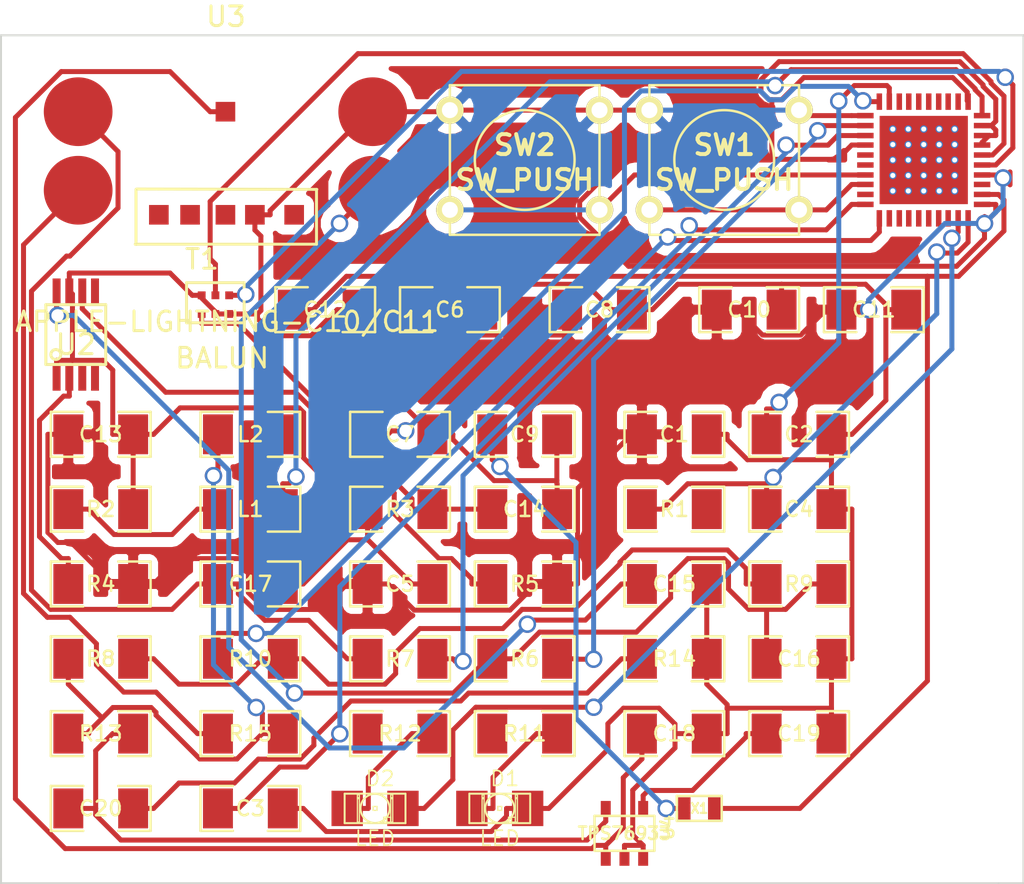
<source format=kicad_pcb>
(kicad_pcb (version 3) (host pcbnew "(2013-07-07 BZR 4022)-stable")
  (layers (15 F.Cu signal) (0 B.Cu signal) (18 B.Paste user) (19 F.Paste user) (20 B.SilkS user) (21 F.SilkS user) (22 B.Mask user) (23 F.Mask user) (28 Edge.Cuts user))
  (net 0 "")
  (net 1 3V3)
  (net 2 GND)
  (net 3 N-000001)
  (net 4 N-0000013)
  (net 5 N-0000015)
  (net 6 N-0000017)
  (net 7 N-0000029)
  (net 8 N-000003)
  (net 9 N-000004)
  (net 10 N-0000044)
  (net 11 N-0000045)
  (net 12 N-0000046)
  (net 13 N-0000049)
  (net 14 N-000005)
  (net 15 N-0000050)
  (net 16 N-0000052)
  (net 17 N-0000058)
  (net 18 N-0000059)
  (net 19 N-000006)
  (net 20 N-0000063)
  (net 21 N-0000064)
  (net 22 N-0000065)
  (net 23 N-000007)
  (net 24 N-000009)
  (net 25 P0_0)
  (net 26 P1_0/LED)
  (net 27 P1_2)
  (net 28 P1_3)
  (net 29 PA_DM)
  (net 30 PA_DP)
  (net 31 VBUS)
  (net 32 VCC)
  (net 33 VCC_EXT)
  (module SW_PUSH_SMALL (layer F.Cu) (at 214.63 144.78)
    (fp_text reference SW1 (at 0 -0.762) (layer F.SilkS) (effects (font (size 1.016 1.016) (thickness 0.2032))))
    (fp_text value SW_PUSH (at 0 1.016) (layer F.SilkS) (effects (font (size 1.016 1.016) (thickness 0.2032))))
    (pad 1 thru_hole circle (at 3.81 -2.54) (size 1.397 1.397) (drill 0.8128) (layers *.Cu *.Mask F.SilkS) (net 2 GND))
    (pad 2 thru_hole circle (at 3.81 2.54) (size 1.397 1.397) (drill 0.8128) (layers *.Cu *.Mask F.SilkS) (net 27 P1_2))
    (pad 1 thru_hole circle (at -3.81 -2.54) (size 1.397 1.397) (drill 0.8128) (layers *.Cu *.Mask F.SilkS) (net 2 GND))
    (pad 2 thru_hole circle (at -3.81 2.54) (size 1.397 1.397) (drill 0.8128) (layers *.Cu *.Mask F.SilkS) (net 27 P1_2))
  )
  (module SW_PUSH_SMALL (layer F.Cu) (at 204.47 144.78)
    (fp_text reference SW2 (at 0 -0.762) (layer F.SilkS) (effects (font (size 1.016 1.016) (thickness 0.2032))))
    (fp_text value SW_PUSH (at 0 1.016) (layer F.SilkS) (effects (font (size 1.016 1.016) (thickness 0.2032))))
    (pad 1 thru_hole circle (at 3.81 -2.54) (size 1.397 1.397) (drill 0.8128) (layers *.Cu *.Mask F.SilkS) (net 2 GND))
    (pad 2 thru_hole circle (at 3.81 2.54) (size 1.397 1.397) (drill 0.8128) (layers *.Cu *.Mask F.SilkS) (net 28 P1_3))
    (pad 1 thru_hole circle (at -3.81 -2.54) (size 1.397 1.397) (drill 0.8128) (layers *.Cu *.Mask F.SilkS) (net 2 GND))
    (pad 2 thru_hole circle (at -3.81 2.54) (size 1.397 1.397) (drill 0.8128) (layers *.Cu *.Mask F.SilkS) (net 28 P1_3))
  )
  (module SSOP8 (layer F.Cu) (at 181.61 153.67)
    (fp_text reference U2 (at 0 0.508) (layer F.SilkS) (effects (font (size 1.016 1.016) (thickness 0.1524))))
    (fp_text value APPLE-CP hide)
    (pad 1 smd rect (at -0.9779 2.2225) (size 0.4064 1.27) (layers F.Cu F.Paste F.Mask) (net 2 GND))
    (pad 2 smd rect (at -0.3302 2.2225) (size 0.4064 1.27) (layers F.Cu F.Paste F.Mask) (net 20 N-0000063))
    (pad 3 smd rect (at 0.3302 2.2225) (size 0.4064 1.27) (layers F.Cu F.Paste F.Mask))
    (pad 4 smd rect (at 0.9779 2.2225) (size 0.4064 1.27) (layers F.Cu F.Paste F.Mask))
    (pad 5 smd rect (at 0.9779 -2.2225) (size 0.4064 1.27) (layers F.Cu F.Paste F.Mask))
    (pad 6 smd rect (at 0.3302 -2.2225) (size 0.4064 1.27) (layers F.Cu F.Paste F.Mask) (net 17 N-0000058))
    (pad 7 smd rect (at -0.3302 -2.2225) (size 0.4064 1.27) (layers F.Cu F.Paste F.Mask) (net 2 GND))
    (pad 8 smd rect (at -0.9779 -2.2225) (size 0.4064 1.27) (layers F.Cu F.Paste F.Mask) (net 18 N-0000059))
  )
  (module SOT23-5 (layer F.Cu) (at 209.55 179.07)
    (fp_text reference U4 (at 2.19964 -0.29972 90) (layer F.SilkS) (effects (font (size 0.635 0.635) (thickness 0.127))))
    (fp_text value TPS76933 (at 0 0) (layer F.SilkS) (effects (font (size 0.635 0.635) (thickness 0.127))))
    (pad 1 smd rect (at -0.9525 1.27) (size 0.508 0.762) (layers F.Cu F.Paste F.Mask) (net 31 VBUS))
    (pad 3 smd rect (at 0.9525 1.27) (size 0.508 0.762) (layers F.Cu F.Paste F.Mask) (net 2 GND))
    (pad 5 smd rect (at -0.9525 -1.27) (size 0.508 0.762) (layers F.Cu F.Paste F.Mask) (net 12 N-0000046))
    (pad 2 smd rect (at 0 1.27) (size 0.508 0.762) (layers F.Cu F.Paste F.Mask) (net 2 GND))
    (pad 4 smd rect (at 0.9525 -1.27) (size 0.508 0.762) (layers F.Cu F.Paste F.Mask) (net 11 N-0000045))
  )
  (module SM1206 (layer F.Cu) (at 190.5 166.37)
    (fp_text reference C17 (at 0 0) (layer F.SilkS) (effects (font (size 0.762 0.762) (thickness 0.127))))
    (fp_text value C hide)
    (pad 1 smd rect (at -1.651 0) (size 1.524 2.032) (layers F.Cu F.Paste F.Mask) (net 21 N-0000064))
    (pad 2 smd rect (at 1.651 0) (size 1.524 2.032) (layers F.Cu F.Paste F.Mask) (net 2 GND))
  )
  (module SM1206 (layer F.Cu) (at 182.88 166.37)
    (fp_text reference R4 (at 0 0) (layer F.SilkS) (effects (font (size 0.762 0.762) (thickness 0.127))))
    (fp_text value 2.2K hide)
    (pad 1 smd rect (at -1.651 0) (size 1.524 2.032) (layers F.Cu F.Paste F.Mask) (net 20 N-0000063))
    (pad 2 smd rect (at 1.651 0) (size 1.524 2.032) (layers F.Cu F.Paste F.Mask) (net 32 VCC))
  )
  (module SM1206 (layer F.Cu) (at 218.44 158.75)
    (fp_text reference C2 (at 0 0) (layer F.SilkS) (effects (font (size 0.762 0.762) (thickness 0.127))))
    (fp_text value 1U hide)
    (pad 1 smd rect (at -1.651 0) (size 1.524 2.032) (layers F.Cu F.Paste F.Mask) (net 5 N-0000015))
    (pad 2 smd rect (at 1.651 0) (size 1.524 2.032) (layers F.Cu F.Paste F.Mask) (net 2 GND))
  )
  (module SM1206 (layer F.Cu) (at 204.47 166.37)
    (fp_text reference R5 (at 0 0) (layer F.SilkS) (effects (font (size 0.762 0.762) (thickness 0.127))))
    (fp_text value 2.2K hide)
    (pad 1 smd rect (at -1.651 0) (size 1.524 2.032) (layers F.Cu F.Paste F.Mask) (net 17 N-0000058))
    (pad 2 smd rect (at 1.651 0) (size 1.524 2.032) (layers F.Cu F.Paste F.Mask) (net 32 VCC))
  )
  (module SM1206 (layer F.Cu) (at 212.09 166.37)
    (fp_text reference C15 (at 0 0) (layer F.SilkS) (effects (font (size 0.762 0.762) (thickness 0.127))))
    (fp_text value 0.1U hide)
    (pad 1 smd rect (at -1.651 0) (size 1.524 2.032) (layers F.Cu F.Paste F.Mask) (net 18 N-0000059))
    (pad 2 smd rect (at 1.651 0) (size 1.524 2.032) (layers F.Cu F.Paste F.Mask) (net 2 GND))
  )
  (module SM1206 (layer F.Cu) (at 218.44 166.37)
    (fp_text reference R9 (at 0 0) (layer F.SilkS) (effects (font (size 0.762 0.762) (thickness 0.127))))
    (fp_text value 1K5 hide)
    (pad 1 smd rect (at -1.651 0) (size 1.524 2.032) (layers F.Cu F.Paste F.Mask) (net 13 N-0000049))
    (pad 2 smd rect (at 1.651 0) (size 1.524 2.032) (layers F.Cu F.Paste F.Mask) (net 22 N-0000065))
  )
  (module SM1206 (layer F.Cu) (at 182.88 170.18)
    (fp_text reference R8 (at 0 0) (layer F.SilkS) (effects (font (size 0.762 0.762) (thickness 0.127))))
    (fp_text value R hide)
    (pad 1 smd rect (at -1.651 0) (size 1.524 2.032) (layers F.Cu F.Paste F.Mask) (net 1 3V3))
    (pad 2 smd rect (at 1.651 0) (size 1.524 2.032) (layers F.Cu F.Paste F.Mask) (net 13 N-0000049))
  )
  (module SM1206 (layer F.Cu) (at 190.5 170.18)
    (fp_text reference R10 (at 0 0) (layer F.SilkS) (effects (font (size 0.762 0.762) (thickness 0.127))))
    (fp_text value 0 hide)
    (pad 1 smd rect (at -1.651 0) (size 1.524 2.032) (layers F.Cu F.Paste F.Mask) (net 26 P1_0/LED))
    (pad 2 smd rect (at 1.651 0) (size 1.524 2.032) (layers F.Cu F.Paste F.Mask) (net 13 N-0000049))
  )
  (module SM1206 (layer F.Cu) (at 198.12 170.18)
    (fp_text reference R7 (at 0 0) (layer F.SilkS) (effects (font (size 0.762 0.762) (thickness 0.127))))
    (fp_text value 33 hide)
    (pad 1 smd rect (at -1.651 0) (size 1.524 2.032) (layers F.Cu F.Paste F.Mask) (net 21 N-0000064))
    (pad 2 smd rect (at 1.651 0) (size 1.524 2.032) (layers F.Cu F.Paste F.Mask) (net 29 PA_DM))
  )
  (module SM1206 (layer F.Cu) (at 204.47 170.18)
    (fp_text reference R6 (at 0 0) (layer F.SilkS) (effects (font (size 0.762 0.762) (thickness 0.127))))
    (fp_text value 33 hide)
    (pad 1 smd rect (at -1.651 0) (size 1.524 2.032) (layers F.Cu F.Paste F.Mask) (net 22 N-0000065))
    (pad 2 smd rect (at 1.651 0) (size 1.524 2.032) (layers F.Cu F.Paste F.Mask) (net 30 PA_DP))
  )
  (module SM1206 (layer F.Cu) (at 212.09 170.18)
    (fp_text reference R14 (at 0 0) (layer F.SilkS) (effects (font (size 0.762 0.762) (thickness 0.127))))
    (fp_text value 2 hide)
    (pad 1 smd rect (at -1.651 0) (size 1.524 2.032) (layers F.Cu F.Paste F.Mask) (net 10 N-0000044))
    (pad 2 smd rect (at 1.651 0) (size 1.524 2.032) (layers F.Cu F.Paste F.Mask) (net 2 GND))
  )
  (module SM1206 (layer F.Cu) (at 218.44 170.18)
    (fp_text reference C16 (at 0 0) (layer F.SilkS) (effects (font (size 0.762 0.762) (thickness 0.127))))
    (fp_text value C hide)
    (pad 1 smd rect (at -1.651 0) (size 1.524 2.032) (layers F.Cu F.Paste F.Mask) (net 22 N-0000065))
    (pad 2 smd rect (at 1.651 0) (size 1.524 2.032) (layers F.Cu F.Paste F.Mask) (net 2 GND))
  )
  (module SM1206 (layer F.Cu) (at 182.88 173.99)
    (fp_text reference R13 (at 0 0) (layer F.SilkS) (effects (font (size 0.762 0.762) (thickness 0.127))))
    (fp_text value 0 hide)
    (pad 1 smd rect (at -1.651 0) (size 1.524 2.032) (layers F.Cu F.Paste F.Mask) (net 1 3V3))
    (pad 2 smd rect (at 1.651 0) (size 1.524 2.032) (layers F.Cu F.Paste F.Mask) (net 12 N-0000046))
  )
  (module SM1206 (layer F.Cu) (at 190.5 173.99)
    (fp_text reference R15 (at 0 0) (layer F.SilkS) (effects (font (size 0.762 0.762) (thickness 0.127))))
    (fp_text value R hide)
    (pad 1 smd rect (at -1.651 0) (size 1.524 2.032) (layers F.Cu F.Paste F.Mask) (net 33 VCC_EXT))
    (pad 2 smd rect (at 1.651 0) (size 1.524 2.032) (layers F.Cu F.Paste F.Mask) (net 1 3V3))
  )
  (module SM1206 (layer F.Cu) (at 198.12 173.99)
    (fp_text reference R12 (at 0 0) (layer F.SilkS) (effects (font (size 0.762 0.762) (thickness 0.127))))
    (fp_text value 270 hide)
    (pad 1 smd rect (at -1.651 0) (size 1.524 2.032) (layers F.Cu F.Paste F.Mask))
    (pad 2 smd rect (at 1.651 0) (size 1.524 2.032) (layers F.Cu F.Paste F.Mask) (net 16 N-0000052))
  )
  (module SM1206 (layer F.Cu) (at 204.47 173.99)
    (fp_text reference R11 (at 0 0) (layer F.SilkS) (effects (font (size 0.762 0.762) (thickness 0.127))))
    (fp_text value 270 hide)
    (pad 1 smd rect (at -1.651 0) (size 1.524 2.032) (layers F.Cu F.Paste F.Mask))
    (pad 2 smd rect (at 1.651 0) (size 1.524 2.032) (layers F.Cu F.Paste F.Mask) (net 15 N-0000050))
  )
  (module SM1206 (layer F.Cu) (at 212.09 173.99)
    (fp_text reference C18 (at 0 0) (layer F.SilkS) (effects (font (size 0.762 0.762) (thickness 0.127))))
    (fp_text value 1U hide)
    (pad 1 smd rect (at -1.651 0) (size 1.524 2.032) (layers F.Cu F.Paste F.Mask) (net 31 VBUS))
    (pad 2 smd rect (at 1.651 0) (size 1.524 2.032) (layers F.Cu F.Paste F.Mask) (net 2 GND))
  )
  (module SM1206 (layer F.Cu) (at 218.44 173.99)
    (fp_text reference C19 (at 0 0) (layer F.SilkS) (effects (font (size 0.762 0.762) (thickness 0.127))))
    (fp_text value C hide)
    (pad 1 smd rect (at -1.651 0) (size 1.524 2.032) (layers F.Cu F.Paste F.Mask) (net 11 N-0000045))
    (pad 2 smd rect (at 1.651 0) (size 1.524 2.032) (layers F.Cu F.Paste F.Mask) (net 2 GND))
  )
  (module SM1206 (layer F.Cu) (at 182.88 177.8)
    (fp_text reference C20 (at 0 0) (layer F.SilkS) (effects (font (size 0.762 0.762) (thickness 0.127))))
    (fp_text value 4U7 hide)
    (pad 1 smd rect (at -1.651 0) (size 1.524 2.032) (layers F.Cu F.Paste F.Mask) (net 12 N-0000046))
    (pad 2 smd rect (at 1.651 0) (size 1.524 2.032) (layers F.Cu F.Paste F.Mask) (net 10 N-0000044))
  )
  (module SM1206 (layer F.Cu) (at 190.5 177.8)
    (fp_text reference C3 (at 0 0) (layer F.SilkS) (effects (font (size 0.762 0.762) (thickness 0.127))))
    (fp_text value 100N hide)
    (pad 1 smd rect (at -1.651 0) (size 1.524 2.032) (layers F.Cu F.Paste F.Mask) (net 7 N-0000029))
    (pad 2 smd rect (at 1.651 0) (size 1.524 2.032) (layers F.Cu F.Paste F.Mask) (net 2 GND))
  )
  (module SM1206 (layer F.Cu) (at 198.12 166.37)
    (fp_text reference C5 (at 0 0) (layer F.SilkS) (effects (font (size 0.762 0.762) (thickness 0.127))))
    (fp_text value 100N hide)
    (pad 1 smd rect (at -1.651 0) (size 1.524 2.032) (layers F.Cu F.Paste F.Mask) (net 32 VCC))
    (pad 2 smd rect (at 1.651 0) (size 1.524 2.032) (layers F.Cu F.Paste F.Mask) (net 2 GND))
  )
  (module SM1206 (layer F.Cu) (at 200.66 152.4)
    (fp_text reference C6 (at 0 0) (layer F.SilkS) (effects (font (size 0.762 0.762) (thickness 0.127))))
    (fp_text value 100N hide)
    (pad 1 smd rect (at -1.651 0) (size 1.524 2.032) (layers F.Cu F.Paste F.Mask) (net 32 VCC))
    (pad 2 smd rect (at 1.651 0) (size 1.524 2.032) (layers F.Cu F.Paste F.Mask) (net 2 GND))
  )
  (module SM1206 (layer F.Cu) (at 208.28 152.4)
    (fp_text reference C8 (at 0 0) (layer F.SilkS) (effects (font (size 0.762 0.762) (thickness 0.127))))
    (fp_text value 100N hide)
    (pad 1 smd rect (at -1.651 0) (size 1.524 2.032) (layers F.Cu F.Paste F.Mask) (net 32 VCC))
    (pad 2 smd rect (at 1.651 0) (size 1.524 2.032) (layers F.Cu F.Paste F.Mask) (net 2 GND))
  )
  (module SM1206 (layer F.Cu) (at 215.9 152.4)
    (fp_text reference C10 (at 0 0) (layer F.SilkS) (effects (font (size 0.762 0.762) (thickness 0.127))))
    (fp_text value 220P hide)
    (pad 1 smd rect (at -1.651 0) (size 1.524 2.032) (layers F.Cu F.Paste F.Mask) (net 32 VCC))
    (pad 2 smd rect (at 1.651 0) (size 1.524 2.032) (layers F.Cu F.Paste F.Mask) (net 2 GND))
  )
  (module SM1206 (layer F.Cu) (at 222.25 152.4)
    (fp_text reference C11 (at 0 0) (layer F.SilkS) (effects (font (size 0.762 0.762) (thickness 0.127))))
    (fp_text value 100N hide)
    (pad 1 smd rect (at -1.651 0) (size 1.524 2.032) (layers F.Cu F.Paste F.Mask) (net 32 VCC))
    (pad 2 smd rect (at 1.651 0) (size 1.524 2.032) (layers F.Cu F.Paste F.Mask) (net 2 GND))
  )
  (module SM1206 (layer F.Cu) (at 182.88 158.75)
    (fp_text reference C13 (at 0 0) (layer F.SilkS) (effects (font (size 0.762 0.762) (thickness 0.127))))
    (fp_text value 2U hide)
    (pad 1 smd rect (at -1.651 0) (size 1.524 2.032) (layers F.Cu F.Paste F.Mask) (net 32 VCC))
    (pad 2 smd rect (at 1.651 0) (size 1.524 2.032) (layers F.Cu F.Paste F.Mask) (net 2 GND))
  )
  (module SM1206 (layer F.Cu) (at 190.5 158.75)
    (fp_text reference L2 (at 0 0) (layer F.SilkS) (effects (font (size 0.762 0.762) (thickness 0.127))))
    (fp_text value INDUCTOR hide)
    (pad 1 smd rect (at -1.651 0) (size 1.524 2.032) (layers F.Cu F.Paste F.Mask) (net 1 3V3))
    (pad 2 smd rect (at 1.651 0) (size 1.524 2.032) (layers F.Cu F.Paste F.Mask) (net 32 VCC))
  )
  (module SM1206 (layer F.Cu) (at 198.12 158.75)
    (fp_text reference C7 (at 0 0) (layer F.SilkS) (effects (font (size 0.762 0.762) (thickness 0.127))))
    (fp_text value 1U hide)
    (pad 1 smd rect (at -1.651 0) (size 1.524 2.032) (layers F.Cu F.Paste F.Mask) (net 19 N-000006))
    (pad 2 smd rect (at 1.651 0) (size 1.524 2.032) (layers F.Cu F.Paste F.Mask) (net 2 GND))
  )
  (module SM1206 (layer F.Cu) (at 204.47 158.75)
    (fp_text reference C9 (at 0 0) (layer F.SilkS) (effects (font (size 0.762 0.762) (thickness 0.127))))
    (fp_text value 27P hide)
    (pad 1 smd rect (at -1.651 0) (size 1.524 2.032) (layers F.Cu F.Paste F.Mask) (net 23 N-000007))
    (pad 2 smd rect (at 1.651 0) (size 1.524 2.032) (layers F.Cu F.Paste F.Mask) (net 2 GND))
  )
  (module SM1206 (layer F.Cu) (at 212.09 158.75)
    (fp_text reference C1 (at 0 0) (layer F.SilkS) (effects (font (size 0.762 0.762) (thickness 0.127))))
    (fp_text value 10P hide)
    (pad 1 smd rect (at -1.651 0) (size 1.524 2.032) (layers F.Cu F.Paste F.Mask) (net 32 VCC))
    (pad 2 smd rect (at 1.651 0) (size 1.524 2.032) (layers F.Cu F.Paste F.Mask) (net 2 GND))
  )
  (module SM1206 (layer F.Cu) (at 194.31 152.4)
    (fp_text reference C12 (at 0 0) (layer F.SilkS) (effects (font (size 0.762 0.762) (thickness 0.127))))
    (fp_text value 27P hide)
    (pad 1 smd rect (at -1.651 0) (size 1.524 2.032) (layers F.Cu F.Paste F.Mask) (net 4 N-0000013))
    (pad 2 smd rect (at 1.651 0) (size 1.524 2.032) (layers F.Cu F.Paste F.Mask) (net 2 GND))
  )
  (module SM1206 (layer F.Cu) (at 182.88 162.56)
    (fp_text reference R2 (at 0 0) (layer F.SilkS) (effects (font (size 0.762 0.762) (thickness 0.127))))
    (fp_text value 56K hide)
    (pad 1 smd rect (at -1.651 0) (size 1.524 2.032) (layers F.Cu F.Paste F.Mask) (net 9 N-000004))
    (pad 2 smd rect (at 1.651 0) (size 1.524 2.032) (layers F.Cu F.Paste F.Mask) (net 2 GND))
  )
  (module SM1206 (layer F.Cu) (at 190.5 162.56)
    (fp_text reference L1 (at 0 0) (layer F.SilkS) (effects (font (size 0.762 0.762) (thickness 0.127))))
    (fp_text value 6N8 hide)
    (pad 1 smd rect (at -1.651 0) (size 1.524 2.032) (layers F.Cu F.Paste F.Mask) (net 9 N-000004))
    (pad 2 smd rect (at 1.651 0) (size 1.524 2.032) (layers F.Cu F.Paste F.Mask) (net 14 N-000005))
  )
  (module SM1206 (layer F.Cu) (at 198.12 162.56)
    (fp_text reference R3 (at 0 0) (layer F.SilkS) (effects (font (size 0.762 0.762) (thickness 0.127))))
    (fp_text value 0 hide)
    (pad 1 smd rect (at -1.651 0) (size 1.524 2.032) (layers F.Cu F.Paste F.Mask) (net 2 GND))
    (pad 2 smd rect (at 1.651 0) (size 1.524 2.032) (layers F.Cu F.Paste F.Mask) (net 24 N-000009))
  )
  (module SM1206 (layer F.Cu) (at 204.47 162.56)
    (fp_text reference C14 (at 0 0) (layer F.SilkS) (effects (font (size 0.762 0.762) (thickness 0.127))))
    (fp_text value C hide)
    (pad 1 smd rect (at -1.651 0) (size 1.524 2.032) (layers F.Cu F.Paste F.Mask) (net 24 N-000009))
    (pad 2 smd rect (at 1.651 0) (size 1.524 2.032) (layers F.Cu F.Paste F.Mask) (net 2 GND))
  )
  (module SM1206 (layer F.Cu) (at 212.09 162.56)
    (fp_text reference R1 (at 0 0) (layer F.SilkS) (effects (font (size 0.762 0.762) (thickness 0.127))))
    (fp_text value 2K2 hide)
    (pad 1 smd rect (at -1.651 0) (size 1.524 2.032) (layers F.Cu F.Paste F.Mask) (net 6 N-0000017))
    (pad 2 smd rect (at 1.651 0) (size 1.524 2.032) (layers F.Cu F.Paste F.Mask))
  )
  (module SM1206 (layer F.Cu) (at 218.44 162.56)
    (fp_text reference C4 (at 0 0) (layer F.SilkS) (effects (font (size 0.762 0.762) (thickness 0.127))))
    (fp_text value 1N hide)
    (pad 1 smd rect (at -1.651 0) (size 1.524 2.032) (layers F.Cu F.Paste F.Mask) (net 6 N-0000017))
    (pad 2 smd rect (at 1.651 0) (size 1.524 2.032) (layers F.Cu F.Paste F.Mask) (net 2 GND))
  )
  (module SM0603 (layer F.Cu) (at 213.36 177.8)
    (fp_text reference X1 (at 0 0) (layer F.SilkS) (effects (font (size 0.508 0.4572) (thickness 0.1143))))
    (fp_text value CRYSTAL hide)
    (pad 1 smd rect (at -0.762 0) (size 0.635 1.143) (layers F.Cu F.Paste F.Mask) (net 23 N-000007))
    (pad 2 smd rect (at 0.762 0) (size 0.635 1.143) (layers F.Cu F.Paste F.Mask) (net 4 N-0000013))
  )
  (module RHA40_4P5X4P5 (layer F.Cu) (at 224.79 144.78)
    (fp_text reference U1)
    (fp_text value CC2531)
    (pad V_3 thru_hole oval (at -1.5748 1.5748) (size 0.381 0.381) (drill 0.254) (layers *.Cu *.Mask))
    (pad V_2 thru_hole oval (at -1.5748 0.7874) (size 0.381 0.381) (drill 0.254) (layers *.Cu *.Mask))
    (pad V_4 thru_hole oval (at -1.5748 0) (size 0.381 0.381) (drill 0.254) (layers *.Cu *.Mask))
    (pad V_5 thru_hole oval (at -1.5748 -0.7874) (size 0.381 0.381) (drill 0.254) (layers *.Cu *.Mask))
    (pad V_6 thru_hole oval (at -1.5748 -1.5748) (size 0.381 0.381) (drill 0.254) (layers *.Cu *.Mask))
    (pad V_7 thru_hole oval (at -0.7874 1.5748) (size 0.381 0.381) (drill 0.254) (layers *.Cu *.Mask))
    (pad V_8 thru_hole oval (at -0.7874 0.7874) (size 0.381 0.381) (drill 0.254) (layers *.Cu *.Mask))
    (pad V_9 thru_hole oval (at -0.7874 0) (size 0.381 0.381) (drill 0.254) (layers *.Cu *.Mask))
    (pad V_10 thru_hole oval (at -0.7874 -0.7874) (size 0.381 0.381) (drill 0.254) (layers *.Cu *.Mask))
    (pad V_11 thru_hole oval (at -0.7874 -1.5748) (size 0.381 0.381) (drill 0.254) (layers *.Cu *.Mask))
    (pad V_12 thru_hole oval (at 0 1.5748) (size 0.381 0.381) (drill 0.254) (layers *.Cu *.Mask))
    (pad V_13 thru_hole oval (at 0 0.7874) (size 0.381 0.381) (drill 0.254) (layers *.Cu *.Mask))
    (pad V_14 thru_hole oval (at 0 0) (size 0.381 0.381) (drill 0.254) (layers *.Cu *.Mask))
    (pad V_15 thru_hole oval (at 0 -0.7874) (size 0.381 0.381) (drill 0.254) (layers *.Cu *.Mask))
    (pad V_16 thru_hole oval (at 0 -1.5748) (size 0.381 0.381) (drill 0.254) (layers *.Cu *.Mask))
    (pad V_17 thru_hole oval (at 0.7874 1.5748) (size 0.381 0.381) (drill 0.254) (layers *.Cu *.Mask))
    (pad V_18 thru_hole oval (at 0.7874 0.7874) (size 0.381 0.381) (drill 0.254) (layers *.Cu *.Mask))
    (pad V_19 thru_hole oval (at 0.7874 0) (size 0.381 0.381) (drill 0.254) (layers *.Cu *.Mask))
    (pad V_20 thru_hole oval (at 0.7874 -0.7874) (size 0.381 0.381) (drill 0.254) (layers *.Cu *.Mask))
    (pad V_21 thru_hole oval (at 0.7874 -1.5748) (size 0.381 0.381) (drill 0.254) (layers *.Cu *.Mask))
    (pad V_22 thru_hole oval (at 1.5748 1.5748) (size 0.381 0.381) (drill 0.254) (layers *.Cu *.Mask))
    (pad V_23 thru_hole oval (at 1.5748 0.7874) (size 0.381 0.381) (drill 0.254) (layers *.Cu *.Mask))
    (pad V_24 thru_hole oval (at 1.5748 0) (size 0.381 0.381) (drill 0.254) (layers *.Cu *.Mask))
    (pad V_25 thru_hole oval (at 1.5748 -0.7874) (size 0.381 0.381) (drill 0.254) (layers *.Cu *.Mask))
    (pad V thru_hole oval (at 1.5748 -1.5748) (size 0.381 0.381) (drill 0.254) (layers *.Cu *.Mask))
    (pad 1 smd rect (at -2.9718 -2.2606 270) (size 0.2794 0.8382) (layers F.Cu F.Paste F.Mask) (net 2 GND))
    (pad 2 smd rect (at -2.9718 -1.7526 270) (size 0.2794 0.8382) (layers F.Cu F.Paste F.Mask) (net 30 PA_DP))
    (pad 3 smd rect (at -2.9718 -1.2446 270) (size 0.2794 0.8382) (layers F.Cu F.Paste F.Mask) (net 29 PA_DM))
    (pad 4 smd rect (at -2.9718 -0.762 270) (size 0.2794 0.8382) (layers F.Cu F.Paste F.Mask) (net 32 VCC))
    (pad 5 smd rect (at -2.9718 -0.254 270) (size 0.2794 0.8382) (layers F.Cu F.Paste F.Mask))
    (pad 6 smd rect (at -2.9718 0.254 270) (size 0.2794 0.8382) (layers F.Cu F.Paste F.Mask))
    (pad 7 smd rect (at -2.9718 0.762 270) (size 0.2794 0.8382) (layers F.Cu F.Paste F.Mask) (net 28 P1_3))
    (pad 8 smd rect (at -2.9718 1.2446 270) (size 0.2794 0.8382) (layers F.Cu F.Paste F.Mask) (net 27 P1_2))
    (pad 9 smd rect (at -2.9718 1.7526 270) (size 0.2794 0.8382) (layers F.Cu F.Paste F.Mask))
    (pad 10 smd rect (at -2.9718 2.2606 270) (size 0.2794 0.8382) (layers F.Cu F.Paste F.Mask) (net 7 N-0000029))
    (pad 11 smd rect (at -2.2606 2.9718 180) (size 0.2794 0.8382) (layers F.Cu F.Paste F.Mask) (net 26 P1_0/LED))
    (pad 12 smd rect (at -1.7526 2.9718 180) (size 0.2794 0.8382) (layers F.Cu F.Paste F.Mask))
    (pad 13 smd rect (at -1.2446 2.9718 180) (size 0.2794 0.8382) (layers F.Cu F.Paste F.Mask))
    (pad 14 smd rect (at -0.762 2.9718 180) (size 0.2794 0.8382) (layers F.Cu F.Paste F.Mask))
    (pad 15 smd rect (at -0.254 2.9718 180) (size 0.2794 0.8382) (layers F.Cu F.Paste F.Mask))
    (pad 16 smd rect (at 0.254 2.9718 180) (size 0.2794 0.8382) (layers F.Cu F.Paste F.Mask))
    (pad 17 smd rect (at 0.762 2.9718 180) (size 0.2794 0.8382) (layers F.Cu F.Paste F.Mask))
    (pad 18 smd rect (at 1.2446 2.9718 180) (size 0.2794 0.8382) (layers F.Cu F.Paste F.Mask))
    (pad 19 smd rect (at 1.7526 2.9718 180) (size 0.2794 0.8382) (layers F.Cu F.Paste F.Mask) (net 25 P0_0))
    (pad 20 smd rect (at 2.2606 2.9718 180) (size 0.2794 0.8382) (layers F.Cu F.Paste F.Mask) (net 6 N-0000017))
    (pad 21 smd rect (at 2.9718 2.2606 270) (size 0.2794 0.8382) (layers F.Cu F.Paste F.Mask) (net 32 VCC))
    (pad 22 smd rect (at 2.9718 1.7526 270) (size 0.2794 0.8382) (layers F.Cu F.Paste F.Mask) (net 4 N-0000013))
    (pad 23 smd rect (at 2.9718 1.2446 270) (size 0.2794 0.8382) (layers F.Cu F.Paste F.Mask))
    (pad 24 smd rect (at 2.9718 0.762 270) (size 0.2794 0.8382) (layers F.Cu F.Paste F.Mask) (net 32 VCC))
    (pad 25 smd rect (at 2.9718 0.254 270) (size 0.2794 0.8382) (layers F.Cu F.Paste F.Mask) (net 8 N-000003))
    (pad 26 smd rect (at 2.9718 -0.254 270) (size 0.2794 0.8382) (layers F.Cu F.Paste F.Mask) (net 3 N-000001))
    (pad 27 smd rect (at 2.9718 -0.762 270) (size 0.2794 0.8382) (layers F.Cu F.Paste F.Mask) (net 32 VCC))
    (pad 28 smd rect (at 2.9718 -1.2446 270) (size 0.2794 0.8382) (layers F.Cu F.Paste F.Mask) (net 32 VCC))
    (pad 29 smd rect (at 2.9718 -1.7526 270) (size 0.2794 0.8382) (layers F.Cu F.Paste F.Mask) (net 32 VCC))
    (pad 30 smd rect (at 2.9718 -2.2606 270) (size 0.2794 0.8382) (layers F.Cu F.Paste F.Mask) (net 14 N-000005))
    (pad 31 smd rect (at 2.2606 -2.9718 180) (size 0.2794 0.8382) (layers F.Cu F.Paste F.Mask) (net 32 VCC))
    (pad 32 smd rect (at 1.7526 -2.9718 180) (size 0.2794 0.8382) (layers F.Cu F.Paste F.Mask))
    (pad 33 smd rect (at 1.2446 -2.9718 180) (size 0.2794 0.8382) (layers F.Cu F.Paste F.Mask))
    (pad 34 smd rect (at 0.762 -2.9718 180) (size 0.2794 0.8382) (layers F.Cu F.Paste F.Mask))
    (pad 35 smd rect (at 0.254 -2.9718 180) (size 0.2794 0.8382) (layers F.Cu F.Paste F.Mask))
    (pad 36 smd rect (at -0.254 -2.9718 180) (size 0.2794 0.8382) (layers F.Cu F.Paste F.Mask))
    (pad 37 smd rect (at -0.762 -2.9718 180) (size 0.2794 0.8382) (layers F.Cu F.Paste F.Mask))
    (pad 38 smd rect (at -1.2446 -2.9718 180) (size 0.2794 0.8382) (layers F.Cu F.Paste F.Mask))
    (pad 39 smd rect (at -1.7526 -2.9718 180) (size 0.2794 0.8382) (layers F.Cu F.Paste F.Mask) (net 5 N-0000015))
    (pad 40 smd rect (at -2.2606 -2.9718 180) (size 0.2794 0.8382) (layers F.Cu F.Paste F.Mask) (net 19 N-000006))
    (pad 41 smd rect (at 0 0) (size 4.4958 4.4958) (layers F.Cu F.Paste F.Mask))
  )
  (module Lightning-C11-B (layer F.Cu) (at 189.23 147.32)
    (fp_text reference U3 (at 0.02794 -9.83996) (layer F.SilkS))
    (fp_text value APPLE-LIGHTNING-C10/C11 (at 0.08382 5.69468) (layer F.SilkS))
    (pad 1 smd circle (at 7.5 -5) (size 3.5 3.5) (layers F.Cu F.Paste F.Mask) (net 2 GND))
    (pad 2 smd circle (at 7.5 -1) (size 3.5 3.5) (layers F.Cu F.Paste F.Mask) (net 22 N-0000065))
    (pad 3 smd circle (at -7.5 -5) (size 3.5 3.5) (layers F.Cu F.Paste F.Mask) (net 21 N-0000064))
    (pad 4 smd circle (at -7.5 -1) (size 3.5 3.5) (layers F.Cu F.Paste F.Mask) (net 33 VCC_EXT))
    (pad 5 smd rect (at 0 -5) (size 1 1) (layers F.Cu F.Paste F.Mask) (net 31 VBUS))
    (pad 8 smd rect (at 0 0.25) (size 1 1) (layers F.Cu F.Paste F.Mask))
    (pad 9 smd rect (at 1.5 0.25) (size 1 1) (layers F.Cu F.Paste F.Mask) (net 2 GND))
    (pad 10 smd rect (at 3.5 0.25) (size 1 1) (layers F.Cu F.Paste F.Mask))
    (pad 7 smd rect (at -1.8 0.25) (size 1 1) (layers F.Cu F.Paste F.Mask))
    (pad 6 smd rect (at -3.39 0.25) (size 1 1) (layers F.Cu F.Paste F.Mask))
  )
  (module LED-1206 (layer F.Cu) (at 196.85 177.8)
    (fp_text reference D2 (at 0.254 -1.524) (layer F.SilkS) (effects (font (size 0.762 0.762) (thickness 0.0889))))
    (fp_text value LED (at 0 1.524) (layer F.SilkS) (effects (font (size 0.762 0.762) (thickness 0.0889))))
    (pad 1 smd rect (at -1.41986 0) (size 1.59766 1.80086) (layers F.Cu F.Paste F.Mask) (net 16 N-0000052))
    (pad 2 smd rect (at 1.41986 0) (size 1.59766 1.80086) (layers F.Cu F.Paste F.Mask) (net 25 P0_0))
  )
  (module LED-1206 (layer F.Cu) (at 203.2 177.8)
    (fp_text reference D1 (at 0.254 -1.524) (layer F.SilkS) (effects (font (size 0.762 0.762) (thickness 0.0889))))
    (fp_text value LED (at 0 1.524) (layer F.SilkS) (effects (font (size 0.762 0.762) (thickness 0.0889))))
    (pad 1 smd rect (at -1.41986 0) (size 1.59766 1.80086) (layers F.Cu F.Paste F.Mask) (net 15 N-0000050))
    (pad 2 smd rect (at 1.41986 0) (size 1.59766 1.80086) (layers F.Cu F.Paste F.Mask) (net 2 GND))
  )
  (module JTI_2450BM15A0002 (layer F.Cu) (at 185.42 153.67)
    (fp_text reference T1 (at 2.61112 -3.8354) (layer F.SilkS))
    (fp_text value BALUN (at 3.64236 1.19634) (layer F.SilkS))
    (pad 1 smd rect (at 4 -2) (size 0.4 0.4) (layers F.Cu F.Paste F.Mask) (net 8 N-000003))
    (pad 2 smd rect (at 3.3 -2) (size 0.4 0.4) (layers F.Cu F.Paste F.Mask) (net 3 N-000001))
    (pad 3 smd rect (at 2.6 -2) (size 0.4 0.4) (layers F.Cu F.Paste F.Mask) (net 2 GND))
    (pad 4 smd rect (at 2.6 -1.05) (size 0.4 0.4) (layers F.Cu F.Paste F.Mask) (net 24 N-000009))
    (pad 5 smd rect (at 3.3 -1.05) (size 0.4 0.4) (layers F.Cu F.Paste F.Mask) (net 2 GND))
    (pad 6 smd rect (at 4 -1.05) (size 0.4 0.4) (layers F.Cu F.Paste F.Mask) (net 2 GND))
  )
  (gr_line (start 177.8 181.61) (end 177.8 180.34) (angle 90) (layer Edge.Cuts) (width 0.1))
  (gr_line (start 177.8 138.43) (end 177.8 181.61) (angle 90) (layer Edge.Cuts) (width 0.1))
  (gr_line (start 229.87 138.43) (end 177.8 138.43) (angle 90) (layer Edge.Cuts) (width 0.1))
  (gr_line (start 229.87 139.7) (end 229.87 138.43) (angle 90) (layer Edge.Cuts) (width 0.1))
  (gr_line (start 229.87 138.43) (end 229.87 139.7) (angle 90) (layer Edge.Cuts) (width 0.1))
  (gr_line (start 229.87 181.61) (end 229.87 138.43) (angle 90) (layer Edge.Cuts) (width 0.1))
  (gr_line (start 228.6 181.61) (end 229.87 181.61) (angle 90) (layer Edge.Cuts) (width 0.1))
  (gr_line (start 177.8 181.61) (end 228.6 181.61) (angle 90) (layer Edge.Cuts) (width 0.1))
  (via (at 188.6206 160.8571) (size 0.889) (layers F.Cu B.Cu) (net 1))
  (via (at 190.7956 172.6584) (size 0.889) (layers F.Cu B.Cu) (net 1))
  (segment (start 192.151 173.99) (end 191.1119 173.99) (width 0.254) (layer F.Cu) (net 1))
  (segment (start 188.849 158.75) (end 188.849 160.0431) (width 0.254) (layer F.Cu) (net 1))
  (segment (start 181.229 173.99) (end 182.2681 173.99) (width 0.254) (layer F.Cu) (net 1))
  (segment (start 191.1119 172.9747) (end 191.1119 173.99) (width 0.254) (layer F.Cu) (net 1))
  (segment (start 190.7956 172.6584) (end 191.1119 172.9747) (width 0.254) (layer F.Cu) (net 1))
  (segment (start 181.229 170.18) (end 181.229 171.4731) (width 0.254) (layer F.Cu) (net 1))
  (segment (start 182.9579 173.2019) (end 181.229 171.4731) (width 0.254) (layer F.Cu) (net 1))
  (segment (start 183.4994 172.6604) (end 182.9579 173.2019) (width 0.254) (layer F.Cu) (net 1))
  (segment (start 185.4454 172.6604) (end 183.4994 172.6604) (width 0.254) (layer F.Cu) (net 1))
  (segment (start 185.6957 172.9107) (end 185.4454 172.6604) (width 0.254) (layer F.Cu) (net 1))
  (segment (start 185.6957 173.0504) (end 185.6957 172.9107) (width 0.254) (layer F.Cu) (net 1))
  (segment (start 187.9285 175.2832) (end 185.6957 173.0504) (width 0.254) (layer F.Cu) (net 1))
  (segment (start 189.8187 175.2832) (end 187.9285 175.2832) (width 0.254) (layer F.Cu) (net 1))
  (segment (start 191.1119 173.99) (end 189.8187 175.2832) (width 0.254) (layer F.Cu) (net 1))
  (segment (start 182.2681 173.8917) (end 182.2681 173.99) (width 0.254) (layer F.Cu) (net 1))
  (segment (start 182.9579 173.2019) (end 182.2681 173.8917) (width 0.254) (layer F.Cu) (net 1))
  (segment (start 188.849 160.6287) (end 188.6206 160.8571) (width 0.254) (layer F.Cu) (net 1))
  (segment (start 188.849 160.0431) (end 188.849 160.6287) (width 0.254) (layer F.Cu) (net 1))
  (segment (start 188.6206 170.4834) (end 190.7956 172.6584) (width 0.254) (layer B.Cu) (net 1))
  (segment (start 188.6206 160.8571) (end 188.6206 170.4834) (width 0.254) (layer B.Cu) (net 1))
  (segment (start 184.531 162.56) (end 184.531 158.75) (width 0.254) (layer F.Cu) (net 2))
  (segment (start 184.531 158.75) (end 183.4919 158.75) (width 0.254) (layer F.Cu) (net 2))
  (segment (start 203.544 178.2035) (end 203.544 177.8) (width 0.254) (layer F.Cu) (net 2))
  (segment (start 202.7699 178.9776) (end 203.544 178.2035) (width 0.254) (layer F.Cu) (net 2))
  (segment (start 194.3677 178.9776) (end 202.7699 178.9776) (width 0.254) (layer F.Cu) (net 2))
  (segment (start 193.1901 177.8) (end 194.3677 178.9776) (width 0.254) (layer F.Cu) (net 2))
  (segment (start 192.151 177.8) (end 193.1901 177.8) (width 0.254) (layer F.Cu) (net 2))
  (segment (start 208.28 142.24) (end 210.82 142.24) (width 0.254) (layer F.Cu) (net 2))
  (segment (start 204.4295 177.8) (end 203.544 177.8) (width 0.254) (layer F.Cu) (net 2))
  (segment (start 196.469 162.56) (end 196.469 163.2065) (width 0.254) (layer F.Cu) (net 2))
  (segment (start 184.531 158.75) (end 185.5701 158.75) (width 0.254) (layer F.Cu) (net 2))
  (segment (start 213.741 166.37) (end 213.741 167.6631) (width 0.254) (layer F.Cu) (net 2))
  (segment (start 213.741 170.18) (end 213.741 167.6631) (width 0.254) (layer F.Cu) (net 2))
  (segment (start 190.73 147.57) (end 190.73 148.3471) (width 0.254) (layer F.Cu) (net 2))
  (segment (start 190.73 147.57) (end 191.5071 147.57) (width 0.254) (layer F.Cu) (net 2))
  (segment (start 209.55 179.6819) (end 210.5025 179.6819) (width 0.254) (layer F.Cu) (net 2))
  (segment (start 209.55 180.34) (end 209.55 179.6819) (width 0.254) (layer F.Cu) (net 2))
  (segment (start 210.5025 180.34) (end 210.5025 179.6819) (width 0.254) (layer F.Cu) (net 2))
  (segment (start 204.4295 177.8) (end 204.6199 177.8) (width 0.254) (layer F.Cu) (net 2))
  (segment (start 204.6199 177.8) (end 205.6958 177.8) (width 0.254) (layer F.Cu) (net 2))
  (segment (start 213.741 173.99) (end 214.7801 173.99) (width 0.254) (layer F.Cu) (net 2))
  (segment (start 213.741 173.99) (end 212.7019 173.99) (width 0.254) (layer F.Cu) (net 2))
  (segment (start 212.1243 173.99) (end 212.7019 173.99) (width 0.254) (layer F.Cu) (net 2))
  (segment (start 209.9713 179.1507) (end 210.5025 179.6819) (width 0.254) (layer F.Cu) (net 2))
  (segment (start 209.9713 176.8712) (end 209.9713 179.1507) (width 0.254) (layer F.Cu) (net 2))
  (segment (start 212.1243 174.7182) (end 209.9713 176.8712) (width 0.254) (layer F.Cu) (net 2))
  (segment (start 212.1243 173.99) (end 212.1243 174.7182) (width 0.254) (layer F.Cu) (net 2))
  (segment (start 213.741 170.18) (end 213.741 171.4731) (width 0.254) (layer F.Cu) (net 2))
  (segment (start 221.8182 142.5194) (end 221.122 142.5194) (width 0.254) (layer F.Cu) (net 2))
  (segment (start 189.42 152.62) (end 188.72 152.62) (width 0.254) (layer F.Cu) (net 2))
  (segment (start 212.1243 173.5054) (end 212.1243 173.99) (width 0.254) (layer F.Cu) (net 2))
  (segment (start 211.3157 172.6968) (end 212.1243 173.5054) (width 0.254) (layer F.Cu) (net 2))
  (segment (start 209.4962 172.6968) (end 211.3157 172.6968) (width 0.254) (layer F.Cu) (net 2))
  (segment (start 208.7053 173.4877) (end 209.4962 172.6968) (width 0.254) (layer F.Cu) (net 2))
  (segment (start 208.7053 174.7905) (end 208.7053 173.4877) (width 0.254) (layer F.Cu) (net 2))
  (segment (start 205.6958 177.8) (end 208.7053 174.7905) (width 0.254) (layer F.Cu) (net 2))
  (segment (start 220.091 173.99) (end 220.091 172.7979) (width 0.254) (layer F.Cu) (net 2))
  (segment (start 214.7801 172.5122) (end 214.7801 172.6969) (width 0.254) (layer F.Cu) (net 2))
  (segment (start 213.741 171.4731) (end 214.7801 172.5122) (width 0.254) (layer F.Cu) (net 2))
  (segment (start 214.7801 172.6969) (end 214.7801 173.99) (width 0.254) (layer F.Cu) (net 2))
  (segment (start 210.82 142.24) (end 218.44 142.24) (width 0.254) (layer B.Cu) (net 2))
  (segment (start 189.42 152.62) (end 189.8971 152.62) (width 0.254) (layer F.Cu) (net 2))
  (segment (start 218.7194 142.5194) (end 218.44 142.24) (width 0.254) (layer F.Cu) (net 2))
  (segment (start 221.122 142.5194) (end 218.7194 142.5194) (width 0.254) (layer F.Cu) (net 2))
  (segment (start 180.6321 155.8925) (end 180.6321 154.9804) (width 0.254) (layer F.Cu) (net 2))
  (segment (start 181.4398 151.6075) (end 181.2798 151.4475) (width 0.254) (layer F.Cu) (net 2))
  (segment (start 181.4398 154.9804) (end 181.4398 151.6075) (width 0.254) (layer F.Cu) (net 2))
  (segment (start 182.9963 154.9804) (end 181.4398 154.9804) (width 0.254) (layer F.Cu) (net 2))
  (segment (start 183.4919 155.476) (end 182.9963 154.9804) (width 0.254) (layer F.Cu) (net 2))
  (segment (start 183.4919 158.75) (end 183.4919 155.476) (width 0.254) (layer F.Cu) (net 2))
  (segment (start 181.4398 154.9804) (end 180.6321 154.9804) (width 0.254) (layer F.Cu) (net 2))
  (segment (start 188.02 151.8095) (end 188.02 151.67) (width 0.254) (layer F.Cu) (net 2))
  (segment (start 188.72 152.5095) (end 188.02 151.8095) (width 0.254) (layer F.Cu) (net 2))
  (segment (start 188.72 152.62) (end 188.72 152.5095) (width 0.254) (layer F.Cu) (net 2))
  (segment (start 186.4083 150.5354) (end 181.2798 150.5354) (width 0.254) (layer F.Cu) (net 2))
  (segment (start 187.5429 151.67) (end 186.4083 150.5354) (width 0.254) (layer F.Cu) (net 2))
  (segment (start 188.02 151.67) (end 187.5429 151.67) (width 0.254) (layer F.Cu) (net 2))
  (segment (start 181.2798 151.4475) (end 181.2798 150.5354) (width 0.254) (layer F.Cu) (net 2))
  (segment (start 217.551 152.4) (end 217.551 151.1069) (width 0.254) (layer F.Cu) (net 2))
  (segment (start 220.091 158.9145) (end 220.091 158.8769) (width 0.254) (layer F.Cu) (net 2))
  (segment (start 223.901 152.4) (end 222.8619 152.4) (width 0.254) (layer F.Cu) (net 2))
  (segment (start 220.091 158.9145) (end 220.091 159.942) (width 0.254) (layer F.Cu) (net 2))
  (segment (start 213.741 158.75) (end 214.7801 158.75) (width 0.254) (layer F.Cu) (net 2))
  (segment (start 220.091 158.8134) (end 220.091 158.8769) (width 0.254) (layer F.Cu) (net 2))
  (segment (start 220.091 158.8134) (end 220.091 158.75) (width 0.254) (layer F.Cu) (net 2))
  (segment (start 222.8619 157.0182) (end 222.8619 152.4) (width 0.254) (layer F.Cu) (net 2))
  (segment (start 221.1301 158.75) (end 222.8619 157.0182) (width 0.254) (layer F.Cu) (net 2))
  (segment (start 220.091 158.75) (end 221.1301 158.75) (width 0.254) (layer F.Cu) (net 2))
  (segment (start 221.8286 151.1069) (end 217.551 151.1069) (width 0.254) (layer F.Cu) (net 2))
  (segment (start 222.8619 152.1402) (end 221.8286 151.1069) (width 0.254) (layer F.Cu) (net 2))
  (segment (start 222.8619 152.4) (end 222.8619 152.1402) (width 0.254) (layer F.Cu) (net 2))
  (segment (start 212.2632 151.1069) (end 210.9701 152.4) (width 0.254) (layer F.Cu) (net 2))
  (segment (start 217.551 151.1069) (end 212.2632 151.1069) (width 0.254) (layer F.Cu) (net 2))
  (segment (start 195.961 152.4) (end 197.0001 152.4) (width 0.254) (layer F.Cu) (net 2))
  (segment (start 209.931 152.4) (end 210.9701 152.4) (width 0.254) (layer F.Cu) (net 2))
  (segment (start 209.931 152.4) (end 208.8919 152.4) (width 0.254) (layer F.Cu) (net 2))
  (segment (start 214.7801 159.0098) (end 214.7801 158.75) (width 0.254) (layer F.Cu) (net 2))
  (segment (start 215.8134 160.0431) (end 214.7801 159.0098) (width 0.254) (layer F.Cu) (net 2))
  (segment (start 220.091 160.0431) (end 215.8134 160.0431) (width 0.254) (layer F.Cu) (net 2))
  (segment (start 220.091 159.942) (end 220.091 160.0431) (width 0.254) (layer F.Cu) (net 2))
  (segment (start 220.091 170.18) (end 221.1301 170.18) (width 0.254) (layer F.Cu) (net 2))
  (segment (start 220.091 160.0431) (end 220.091 162.56) (width 0.254) (layer F.Cu) (net 2))
  (segment (start 221.1301 162.56) (end 221.1301 170.18) (width 0.254) (layer F.Cu) (net 2))
  (segment (start 220.091 162.56) (end 221.1301 162.56) (width 0.254) (layer F.Cu) (net 2))
  (segment (start 220.091 172.7979) (end 220.091 172.6969) (width 0.254) (layer F.Cu) (net 2))
  (segment (start 220.091 172.6969) (end 220.091 170.18) (width 0.254) (layer F.Cu) (net 2))
  (segment (start 220.091 172.6969) (end 214.7801 172.6969) (width 0.254) (layer F.Cu) (net 2))
  (segment (start 193.2116 159.9491) (end 196.469 163.2065) (width 0.254) (layer F.Cu) (net 2))
  (segment (start 193.2116 157.6363) (end 193.2116 159.9491) (width 0.254) (layer F.Cu) (net 2))
  (segment (start 192.977 157.4017) (end 193.2116 157.6363) (width 0.254) (layer F.Cu) (net 2))
  (segment (start 186.9184 157.4017) (end 192.977 157.4017) (width 0.254) (layer F.Cu) (net 2))
  (segment (start 185.5701 158.75) (end 186.9184 157.4017) (width 0.254) (layer F.Cu) (net 2))
  (segment (start 199.771 166.37) (end 198.7319 166.37) (width 0.254) (layer F.Cu) (net 2))
  (segment (start 192.151 166.37) (end 193.1901 166.37) (width 0.254) (layer F.Cu) (net 2))
  (segment (start 196.469 163.2065) (end 196.469 164.119) (width 0.254) (layer F.Cu) (net 2))
  (segment (start 196.4809 164.119) (end 196.469 164.119) (width 0.254) (layer F.Cu) (net 2))
  (segment (start 198.7319 166.37) (end 196.4809 164.119) (width 0.254) (layer F.Cu) (net 2))
  (segment (start 195.4411 164.119) (end 193.1901 166.37) (width 0.254) (layer F.Cu) (net 2))
  (segment (start 196.469 164.119) (end 195.4411 164.119) (width 0.254) (layer F.Cu) (net 2))
  (segment (start 206.121 158.75) (end 206.1076 158.75) (width 0.254) (layer F.Cu) (net 2))
  (segment (start 206.121 162.56) (end 206.121 161.2669) (width 0.254) (layer F.Cu) (net 2))
  (segment (start 202.311 152.4) (end 202.311 151.1069) (width 0.254) (layer F.Cu) (net 2))
  (segment (start 200.66 142.24) (end 208.28 142.24) (width 0.254) (layer F.Cu) (net 2))
  (segment (start 207.5988 151.1069) (end 208.8919 152.4) (width 0.254) (layer F.Cu) (net 2))
  (segment (start 202.311 151.1069) (end 207.5988 151.1069) (width 0.254) (layer F.Cu) (net 2))
  (segment (start 195.961 152.4) (end 194.9219 152.4) (width 0.254) (layer F.Cu) (net 2))
  (segment (start 190.8636 152.62) (end 189.8971 152.62) (width 0.254) (layer F.Cu) (net 2))
  (segment (start 191.0361 152.4475) (end 190.8636 152.62) (width 0.254) (layer F.Cu) (net 2))
  (segment (start 191.0361 148.6532) (end 191.0361 152.4475) (width 0.254) (layer F.Cu) (net 2))
  (segment (start 190.73 148.3471) (end 191.0361 148.6532) (width 0.254) (layer F.Cu) (net 2))
  (segment (start 193.5932 153.7287) (end 194.9219 152.4) (width 0.254) (layer F.Cu) (net 2))
  (segment (start 191.7393 153.7287) (end 193.5932 153.7287) (width 0.254) (layer F.Cu) (net 2))
  (segment (start 190.8636 152.853) (end 191.7393 153.7287) (width 0.254) (layer F.Cu) (net 2))
  (segment (start 190.8636 152.62) (end 190.8636 152.853) (width 0.254) (layer F.Cu) (net 2))
  (segment (start 197.0001 152.1402) (end 197.0001 152.4) (width 0.254) (layer F.Cu) (net 2))
  (segment (start 198.0334 151.1069) (end 197.0001 152.1402) (width 0.254) (layer F.Cu) (net 2))
  (segment (start 202.311 151.1069) (end 198.0334 151.1069) (width 0.254) (layer F.Cu) (net 2))
  (segment (start 197.0001 155.9791) (end 199.771 158.75) (width 0.254) (layer F.Cu) (net 2))
  (segment (start 197.0001 152.4) (end 197.0001 155.9791) (width 0.254) (layer F.Cu) (net 2))
  (segment (start 206.1076 158.75) (end 206.1076 161.1068) (width 0.254) (layer F.Cu) (net 2))
  (segment (start 206.1076 161.2535) (end 206.121 161.2669) (width 0.254) (layer F.Cu) (net 2))
  (segment (start 206.1076 161.1068) (end 206.1076 161.2535) (width 0.254) (layer F.Cu) (net 2))
  (segment (start 200.8101 159.0098) (end 200.8101 158.75) (width 0.254) (layer F.Cu) (net 2))
  (segment (start 202.9071 161.1068) (end 200.8101 159.0098) (width 0.254) (layer F.Cu) (net 2))
  (segment (start 206.1076 161.1068) (end 202.9071 161.1068) (width 0.254) (layer F.Cu) (net 2))
  (segment (start 199.771 158.75) (end 200.8101 158.75) (width 0.254) (layer F.Cu) (net 2))
  (segment (start 196.5425 142.32) (end 196.73 142.32) (width 0.254) (layer F.Cu) (net 2))
  (segment (start 191.5071 147.3554) (end 196.5425 142.32) (width 0.254) (layer F.Cu) (net 2))
  (segment (start 191.5071 147.57) (end 191.5071 147.3554) (width 0.254) (layer F.Cu) (net 2))
  (segment (start 200.58 142.32) (end 200.66 142.24) (width 0.254) (layer F.Cu) (net 2))
  (segment (start 196.73 142.32) (end 200.58 142.32) (width 0.254) (layer F.Cu) (net 2))
  (segment (start 188.72 150.0822) (end 188.72 151.67) (width 0.254) (layer F.Cu) (net 3))
  (segment (start 188.4528 149.815) (end 188.72 150.0822) (width 0.254) (layer F.Cu) (net 3))
  (segment (start 188.4528 146.8892) (end 188.4528 149.815) (width 0.254) (layer F.Cu) (net 3))
  (segment (start 195.9778 139.3642) (end 188.4528 146.8892) (width 0.254) (layer F.Cu) (net 3))
  (segment (start 226.7972 139.3642) (end 195.9778 139.3642) (width 0.254) (layer F.Cu) (net 3))
  (segment (start 228.2177 140.7847) (end 226.7972 139.3642) (width 0.254) (layer F.Cu) (net 3))
  (segment (start 228.2177 140.8665) (end 228.2177 140.7847) (width 0.254) (layer F.Cu) (net 3))
  (segment (start 228.8766 141.5254) (end 228.2177 140.8665) (width 0.254) (layer F.Cu) (net 3))
  (segment (start 228.8766 143.9396) (end 228.8766 141.5254) (width 0.254) (layer F.Cu) (net 3))
  (segment (start 228.2902 144.526) (end 228.8766 143.9396) (width 0.254) (layer F.Cu) (net 3))
  (segment (start 227.7618 144.526) (end 228.2902 144.526) (width 0.254) (layer F.Cu) (net 3))
  (segment (start 192.659 152.4) (end 193.6981 152.4) (width 0.254) (layer F.Cu) (net 4))
  (segment (start 224.9772 171.3042) (end 224.9772 150.7027) (width 0.254) (layer F.Cu) (net 4))
  (segment (start 218.4814 177.8) (end 224.9772 171.3042) (width 0.254) (layer F.Cu) (net 4))
  (segment (start 214.122 177.8) (end 218.4814 177.8) (width 0.254) (layer F.Cu) (net 4))
  (segment (start 195.3954 150.7027) (end 224.9772 150.7027) (width 0.254) (layer F.Cu) (net 4))
  (segment (start 193.6981 152.4) (end 195.3954 150.7027) (width 0.254) (layer F.Cu) (net 4))
  (segment (start 228.5944 146.5326) (end 227.7618 146.5326) (width 0.254) (layer F.Cu) (net 4))
  (segment (start 228.8747 146.8129) (end 228.5944 146.5326) (width 0.254) (layer F.Cu) (net 4))
  (segment (start 228.8747 148.3932) (end 228.8747 146.8129) (width 0.254) (layer F.Cu) (net 4))
  (segment (start 226.5652 150.7027) (end 228.8747 148.3932) (width 0.254) (layer F.Cu) (net 4))
  (segment (start 224.9772 150.7027) (end 226.5652 150.7027) (width 0.254) (layer F.Cu) (net 4))
  (via (at 220.4631 141.7828) (size 0.889) (layers F.Cu B.Cu) (net 5))
  (via (at 217.4241 157.1233) (size 0.889) (layers F.Cu B.Cu) (net 5))
  (segment (start 221.2588 140.9871) (end 220.4631 141.7828) (width 0.254) (layer F.Cu) (net 5))
  (segment (start 222.9125 140.9871) (end 221.2588 140.9871) (width 0.254) (layer F.Cu) (net 5))
  (segment (start 223.0374 141.112) (end 222.9125 140.9871) (width 0.254) (layer F.Cu) (net 5))
  (segment (start 216.789 158.75) (end 216.789 157.4569) (width 0.254) (layer F.Cu) (net 5))
  (segment (start 223.0374 141.8082) (end 223.0374 141.112) (width 0.254) (layer F.Cu) (net 5))
  (segment (start 220.4631 154.0843) (end 217.4241 157.1233) (width 0.254) (layer B.Cu) (net 5))
  (segment (start 220.4631 141.7828) (end 220.4631 154.0843) (width 0.254) (layer B.Cu) (net 5))
  (segment (start 217.0905 157.4569) (end 216.789 157.4569) (width 0.254) (layer F.Cu) (net 5))
  (segment (start 217.4241 157.1233) (end 217.0905 157.4569) (width 0.254) (layer F.Cu) (net 5))
  (via (at 225.454 149.4696) (size 0.889) (layers F.Cu B.Cu) (net 6))
  (via (at 217.1195 160.9476) (size 0.889) (layers F.Cu B.Cu) (net 6))
  (segment (start 216.789 162.56) (end 216.789 161.3679) (width 0.254) (layer F.Cu) (net 6))
  (segment (start 210.439 162.56) (end 211.4781 162.56) (width 0.254) (layer F.Cu) (net 6))
  (segment (start 216.789 161.3679) (end 216.789 161.2669) (width 0.254) (layer F.Cu) (net 6))
  (segment (start 212.7712 161.2669) (end 211.4781 162.56) (width 0.254) (layer F.Cu) (net 6))
  (segment (start 216.789 161.2669) (end 212.7712 161.2669) (width 0.254) (layer F.Cu) (net 6))
  (segment (start 216.8002 161.2669) (end 216.789 161.2669) (width 0.254) (layer F.Cu) (net 6))
  (segment (start 217.1195 160.9476) (end 216.8002 161.2669) (width 0.254) (layer F.Cu) (net 6))
  (segment (start 225.454 152.6131) (end 225.454 149.4696) (width 0.254) (layer B.Cu) (net 6))
  (segment (start 217.1195 160.9476) (end 225.454 152.6131) (width 0.254) (layer B.Cu) (net 6))
  (segment (start 225.5045 149.5201) (end 225.454 149.4696) (width 0.254) (layer F.Cu) (net 6))
  (segment (start 226.4966 149.5201) (end 225.5045 149.5201) (width 0.254) (layer F.Cu) (net 6))
  (segment (start 227.0506 148.9661) (end 226.4966 149.5201) (width 0.254) (layer F.Cu) (net 6))
  (segment (start 227.0506 147.7518) (end 227.0506 148.9661) (width 0.254) (layer F.Cu) (net 6))
  (via (at 212.8455 148.1265) (size 0.889) (layers F.Cu B.Cu) (net 7))
  (via (at 195.0557 173.9989) (size 0.889) (layers F.Cu B.Cu) (net 7))
  (segment (start 191.9951 175.693) (end 189.8881 177.8) (width 0.254) (layer F.Cu) (net 7))
  (segment (start 193.3616 175.693) (end 191.9951 175.693) (width 0.254) (layer F.Cu) (net 7))
  (segment (start 195.0557 173.9989) (end 193.3616 175.693) (width 0.254) (layer F.Cu) (net 7))
  (segment (start 188.849 177.8) (end 189.8881 177.8) (width 0.254) (layer F.Cu) (net 7))
  (segment (start 221.8182 147.0406) (end 221.122 147.0406) (width 0.254) (layer F.Cu) (net 7))
  (segment (start 212.8455 148.7138) (end 212.8455 148.1265) (width 0.254) (layer B.Cu) (net 7))
  (segment (start 195.0557 166.5036) (end 212.8455 148.7138) (width 0.254) (layer B.Cu) (net 7))
  (segment (start 195.0557 173.9989) (end 195.0557 166.5036) (width 0.254) (layer B.Cu) (net 7))
  (segment (start 213.055 148.336) (end 212.8455 148.1265) (width 0.254) (layer F.Cu) (net 7))
  (segment (start 219.8266 148.336) (end 213.055 148.336) (width 0.254) (layer F.Cu) (net 7))
  (segment (start 221.122 147.0406) (end 219.8266 148.336) (width 0.254) (layer F.Cu) (net 7))
  (via (at 190.2646 151.622) (size 0.889) (layers F.Cu B.Cu) (net 8))
  (via (at 228.9393 140.5676) (size 0.889) (layers F.Cu B.Cu) (net 8))
  (segment (start 189.9451 151.622) (end 190.2646 151.622) (width 0.254) (layer F.Cu) (net 8))
  (segment (start 189.8971 151.67) (end 189.9451 151.622) (width 0.254) (layer F.Cu) (net 8))
  (segment (start 228.6403 140.2686) (end 228.9393 140.5676) (width 0.254) (layer B.Cu) (net 8))
  (segment (start 201.2437 140.2686) (end 228.6403 140.2686) (width 0.254) (layer B.Cu) (net 8))
  (segment (start 190.2646 151.2477) (end 201.2437 140.2686) (width 0.254) (layer B.Cu) (net 8))
  (segment (start 190.2646 151.622) (end 190.2646 151.2477) (width 0.254) (layer B.Cu) (net 8))
  (segment (start 229.3282 144.1638) (end 228.458 145.034) (width 0.254) (layer F.Cu) (net 8))
  (segment (start 229.3282 140.9565) (end 229.3282 144.1638) (width 0.254) (layer F.Cu) (net 8))
  (segment (start 228.9393 140.5676) (end 229.3282 140.9565) (width 0.254) (layer F.Cu) (net 8))
  (segment (start 227.7618 145.034) (end 228.458 145.034) (width 0.254) (layer F.Cu) (net 8))
  (segment (start 189.42 151.67) (end 189.8971 151.67) (width 0.254) (layer F.Cu) (net 8))
  (segment (start 186.5167 163.8532) (end 187.8099 162.56) (width 0.254) (layer F.Cu) (net 9))
  (segment (start 183.5613 163.8532) (end 186.5167 163.8532) (width 0.254) (layer F.Cu) (net 9))
  (segment (start 182.2681 162.56) (end 183.5613 163.8532) (width 0.254) (layer F.Cu) (net 9))
  (segment (start 181.229 162.56) (end 182.2681 162.56) (width 0.254) (layer F.Cu) (net 9))
  (segment (start 188.849 162.56) (end 187.8099 162.56) (width 0.254) (layer F.Cu) (net 9))
  (segment (start 184.531 177.8) (end 185.5701 177.8) (width 0.254) (layer F.Cu) (net 10))
  (segment (start 210.439 170.18) (end 209.3999 170.18) (width 0.254) (layer F.Cu) (net 10))
  (segment (start 207.6543 171.9256) (end 209.3999 170.18) (width 0.254) (layer F.Cu) (net 10))
  (segment (start 201.6134 171.9256) (end 207.6543 171.9256) (width 0.254) (layer F.Cu) (net 10))
  (segment (start 201.2093 172.3297) (end 201.6134 171.9256) (width 0.254) (layer F.Cu) (net 10))
  (segment (start 195.6194 172.3297) (end 201.2093 172.3297) (width 0.254) (layer F.Cu) (net 10))
  (segment (start 193.7337 174.2154) (end 195.6194 172.3297) (width 0.254) (layer F.Cu) (net 10))
  (segment (start 193.7337 174.5861) (end 193.7337 174.2154) (width 0.254) (layer F.Cu) (net 10))
  (segment (start 193.031 175.2888) (end 193.7337 174.5861) (width 0.254) (layer F.Cu) (net 10))
  (segment (start 190.904 175.2888) (end 193.031 175.2888) (width 0.254) (layer F.Cu) (net 10))
  (segment (start 189.686 176.5068) (end 190.904 175.2888) (width 0.254) (layer F.Cu) (net 10))
  (segment (start 186.8633 176.5068) (end 189.686 176.5068) (width 0.254) (layer F.Cu) (net 10))
  (segment (start 185.5701 177.8) (end 186.8633 176.5068) (width 0.254) (layer F.Cu) (net 10))
  (segment (start 216.789 173.99) (end 215.7499 173.99) (width 0.254) (layer F.Cu) (net 11))
  (segment (start 210.759 176.8854) (end 210.5025 177.1419) (width 0.254) (layer F.Cu) (net 11))
  (segment (start 213.0185 176.8854) (end 210.759 176.8854) (width 0.254) (layer F.Cu) (net 11))
  (segment (start 215.7499 174.154) (end 213.0185 176.8854) (width 0.254) (layer F.Cu) (net 11))
  (segment (start 215.7499 173.99) (end 215.7499 174.154) (width 0.254) (layer F.Cu) (net 11))
  (segment (start 210.5025 177.8) (end 210.5025 177.1419) (width 0.254) (layer F.Cu) (net 11))
  (segment (start 181.229 177.8) (end 181.7486 177.8) (width 0.254) (layer F.Cu) (net 12))
  (segment (start 208.5975 177.8) (end 208.5975 178.4581) (width 0.254) (layer F.Cu) (net 12))
  (segment (start 184.531 173.99) (end 183.4919 173.99) (width 0.254) (layer F.Cu) (net 12))
  (segment (start 181.7486 177.8) (end 182.6224 177.8) (width 0.254) (layer F.Cu) (net 12))
  (segment (start 182.6224 178.1277) (end 182.6224 177.8) (width 0.254) (layer F.Cu) (net 12))
  (segment (start 183.9061 179.4114) (end 182.6224 178.1277) (width 0.254) (layer F.Cu) (net 12))
  (segment (start 207.6442 179.4114) (end 183.9061 179.4114) (width 0.254) (layer F.Cu) (net 12))
  (segment (start 208.5975 178.4581) (end 207.6442 179.4114) (width 0.254) (layer F.Cu) (net 12))
  (segment (start 182.6224 174.8595) (end 183.4919 173.99) (width 0.254) (layer F.Cu) (net 12))
  (segment (start 182.6224 177.8) (end 182.6224 174.8595) (width 0.254) (layer F.Cu) (net 12))
  (segment (start 215.7499 165.5907) (end 215.7499 166.37) (width 0.254) (layer F.Cu) (net 13))
  (segment (start 214.7965 164.6373) (end 215.7499 165.5907) (width 0.254) (layer F.Cu) (net 13))
  (segment (start 209.943 164.6373) (end 214.7965 164.6373) (width 0.254) (layer F.Cu) (net 13))
  (segment (start 209.3191 165.2612) (end 209.943 164.6373) (width 0.254) (layer F.Cu) (net 13))
  (segment (start 209.3191 165.3454) (end 209.3191 165.2612) (width 0.254) (layer F.Cu) (net 13))
  (segment (start 207.0013 167.6632) (end 209.3191 165.3454) (width 0.254) (layer F.Cu) (net 13))
  (segment (start 204.3325 167.6632) (end 207.0013 167.6632) (width 0.254) (layer F.Cu) (net 13))
  (segment (start 203.3557 168.64) (end 204.3325 167.6632) (width 0.254) (layer F.Cu) (net 13))
  (segment (start 199.126 168.64) (end 203.3557 168.64) (width 0.254) (layer F.Cu) (net 13))
  (segment (start 197.898 169.868) (end 199.126 168.64) (width 0.254) (layer F.Cu) (net 13))
  (segment (start 197.898 170.9344) (end 197.898 169.868) (width 0.254) (layer F.Cu) (net 13))
  (segment (start 197.3592 171.4732) (end 197.898 170.9344) (width 0.254) (layer F.Cu) (net 13))
  (segment (start 194.4833 171.4732) (end 197.3592 171.4732) (width 0.254) (layer F.Cu) (net 13))
  (segment (start 193.1901 170.18) (end 194.4833 171.4732) (width 0.254) (layer F.Cu) (net 13))
  (segment (start 216.789 166.37) (end 215.7499 166.37) (width 0.254) (layer F.Cu) (net 13))
  (segment (start 192.3452 170.18) (end 193.1901 170.18) (width 0.254) (layer F.Cu) (net 13))
  (segment (start 192.3452 170.18) (end 192.151 170.18) (width 0.254) (layer F.Cu) (net 13))
  (segment (start 186.8633 171.4732) (end 185.5701 170.18) (width 0.254) (layer F.Cu) (net 13))
  (segment (start 189.8187 171.4732) (end 186.8633 171.4732) (width 0.254) (layer F.Cu) (net 13))
  (segment (start 191.1119 170.18) (end 189.8187 171.4732) (width 0.254) (layer F.Cu) (net 13))
  (segment (start 192.151 170.18) (end 191.1119 170.18) (width 0.254) (layer F.Cu) (net 13))
  (segment (start 184.531 170.18) (end 185.5701 170.18) (width 0.254) (layer F.Cu) (net 13))
  (via (at 217.2228 140.9903) (size 0.889) (layers F.Cu B.Cu) (net 14))
  (via (at 192.822 160.9083) (size 0.889) (layers F.Cu B.Cu) (net 14))
  (segment (start 192.151 162.56) (end 192.151 161.2669) (width 0.254) (layer F.Cu) (net 14))
  (segment (start 192.822 153.73) (end 192.822 160.9083) (width 0.254) (layer B.Cu) (net 14))
  (segment (start 205.7548 140.7972) (end 192.822 153.73) (width 0.254) (layer B.Cu) (net 14))
  (segment (start 217.0297 140.7972) (end 205.7548 140.7972) (width 0.254) (layer B.Cu) (net 14))
  (segment (start 217.2228 140.9903) (end 217.0297 140.7972) (width 0.254) (layer B.Cu) (net 14))
  (segment (start 192.4634 161.2669) (end 192.151 161.2669) (width 0.254) (layer F.Cu) (net 14))
  (segment (start 192.822 160.9083) (end 192.4634 161.2669) (width 0.254) (layer F.Cu) (net 14))
  (segment (start 218.0344 140.1787) (end 217.2228 140.9903) (width 0.254) (layer F.Cu) (net 14))
  (segment (start 226.4355 140.1787) (end 218.0344 140.1787) (width 0.254) (layer F.Cu) (net 14))
  (segment (start 227.4095 141.1527) (end 226.4355 140.1787) (width 0.254) (layer F.Cu) (net 14))
  (segment (start 227.4095 141.2013) (end 227.4095 141.1527) (width 0.254) (layer F.Cu) (net 14))
  (segment (start 227.7618 141.5536) (end 227.4095 141.2013) (width 0.254) (layer F.Cu) (net 14))
  (segment (start 227.7618 142.5194) (end 227.7618 141.5536) (width 0.254) (layer F.Cu) (net 14))
  (segment (start 202.856 176.2159) (end 205.0819 173.99) (width 0.254) (layer F.Cu) (net 15))
  (segment (start 202.856 177.8) (end 202.856 176.2159) (width 0.254) (layer F.Cu) (net 15))
  (segment (start 201.7801 177.8) (end 202.856 177.8) (width 0.254) (layer F.Cu) (net 15))
  (segment (start 206.121 173.99) (end 205.0819 173.99) (width 0.254) (layer F.Cu) (net 15))
  (segment (start 196.506 176.2159) (end 198.7319 173.99) (width 0.254) (layer F.Cu) (net 16))
  (segment (start 196.506 177.8) (end 196.506 176.2159) (width 0.254) (layer F.Cu) (net 16))
  (segment (start 195.4301 177.8) (end 196.506 177.8) (width 0.254) (layer F.Cu) (net 16))
  (segment (start 199.771 173.99) (end 198.7319 173.99) (width 0.254) (layer F.Cu) (net 16))
  (segment (start 202.819 166.37) (end 201.7799 166.37) (width 0.254) (layer F.Cu) (net 17))
  (segment (start 181.9402 151.4475) (end 181.9402 152.3596) (width 0.254) (layer F.Cu) (net 17))
  (segment (start 201.7799 166.1102) (end 201.7799 166.37) (width 0.254) (layer F.Cu) (net 17))
  (segment (start 200.7465 165.0768) (end 201.7799 166.1102) (width 0.254) (layer F.Cu) (net 17))
  (segment (start 200.1061 165.0768) (end 200.7465 165.0768) (width 0.254) (layer F.Cu) (net 17))
  (segment (start 197.8252 162.7959) (end 200.1061 165.0768) (width 0.254) (layer F.Cu) (net 17))
  (segment (start 197.8252 161.7445) (end 197.8252 162.7959) (width 0.254) (layer F.Cu) (net 17))
  (segment (start 197.2635 161.1828) (end 197.8252 161.7445) (width 0.254) (layer F.Cu) (net 17))
  (segment (start 196.1504 161.1828) (end 197.2635 161.1828) (width 0.254) (layer F.Cu) (net 17))
  (segment (start 194.4352 159.4676) (end 196.1504 161.1828) (width 0.254) (layer F.Cu) (net 17))
  (segment (start 194.4352 158.2439) (end 194.4352 159.4676) (width 0.254) (layer F.Cu) (net 17))
  (segment (start 192.798 156.6067) (end 194.4352 158.2439) (width 0.254) (layer F.Cu) (net 17))
  (segment (start 186.1873 156.6067) (end 192.798 156.6067) (width 0.254) (layer F.Cu) (net 17))
  (segment (start 181.9402 152.3596) (end 186.1873 156.6067) (width 0.254) (layer F.Cu) (net 17))
  (via (at 204.6048 168.4181) (size 0.889) (layers F.Cu B.Cu) (net 18))
  (via (at 180.6844 152.694) (size 0.889) (layers F.Cu B.Cu) (net 18))
  (segment (start 180.6321 152.6417) (end 180.6321 151.4475) (width 0.254) (layer F.Cu) (net 18))
  (segment (start 180.6844 152.694) (end 180.6321 152.6417) (width 0.254) (layer F.Cu) (net 18))
  (segment (start 210.439 166.37) (end 209.3999 166.37) (width 0.254) (layer F.Cu) (net 18))
  (segment (start 204.8126 168.2103) (end 204.6048 168.4181) (width 0.254) (layer F.Cu) (net 18))
  (segment (start 207.5596 168.2103) (end 204.8126 168.2103) (width 0.254) (layer F.Cu) (net 18))
  (segment (start 209.3999 166.37) (end 207.5596 168.2103) (width 0.254) (layer F.Cu) (net 18))
  (segment (start 198.3024 174.7205) (end 204.6048 168.4181) (width 0.254) (layer B.Cu) (net 18))
  (segment (start 194.523 174.7205) (end 198.3024 174.7205) (width 0.254) (layer B.Cu) (net 18))
  (segment (start 189.399 169.5965) (end 194.523 174.7205) (width 0.254) (layer B.Cu) (net 18))
  (segment (start 189.399 160.585) (end 189.399 169.5965) (width 0.254) (layer B.Cu) (net 18))
  (segment (start 181.508 152.694) (end 189.399 160.585) (width 0.254) (layer B.Cu) (net 18))
  (segment (start 180.6844 152.694) (end 181.508 152.694) (width 0.254) (layer B.Cu) (net 18))
  (via (at 221.6929 141.765) (size 0.889) (layers F.Cu B.Cu) (net 19))
  (via (at 198.4083 158.573) (size 0.889) (layers F.Cu B.Cu) (net 19))
  (segment (start 221.7361 141.8082) (end 221.6929 141.765) (width 0.254) (layer F.Cu) (net 19))
  (segment (start 222.5294 141.8082) (end 221.7361 141.8082) (width 0.254) (layer F.Cu) (net 19))
  (segment (start 196.469 158.75) (end 197.5081 158.75) (width 0.254) (layer F.Cu) (net 19))
  (segment (start 209.5501 147.4312) (end 198.4083 158.573) (width 0.254) (layer B.Cu) (net 19))
  (segment (start 209.5501 142.1051) (end 209.5501 147.4312) (width 0.254) (layer B.Cu) (net 19))
  (segment (start 210.3963 141.2589) (end 209.5501 142.1051) (width 0.254) (layer B.Cu) (net 19))
  (segment (start 216.4707 141.2589) (end 210.3963 141.2589) (width 0.254) (layer B.Cu) (net 19))
  (segment (start 216.9238 141.712) (end 216.4707 141.2589) (width 0.254) (layer B.Cu) (net 19))
  (segment (start 217.5881 141.712) (end 216.9238 141.712) (width 0.254) (layer B.Cu) (net 19))
  (segment (start 218.2696 141.0305) (end 217.5881 141.712) (width 0.254) (layer B.Cu) (net 19))
  (segment (start 220.9584 141.0305) (end 218.2696 141.0305) (width 0.254) (layer B.Cu) (net 19))
  (segment (start 221.6929 141.765) (end 220.9584 141.0305) (width 0.254) (layer B.Cu) (net 19))
  (segment (start 197.6851 158.573) (end 198.4083 158.573) (width 0.254) (layer F.Cu) (net 19))
  (segment (start 197.5081 158.75) (end 197.6851 158.573) (width 0.254) (layer F.Cu) (net 19))
  (segment (start 180.9891 156.8046) (end 181.2798 156.8046) (width 0.254) (layer F.Cu) (net 20))
  (segment (start 179.7609 158.0328) (end 180.9891 156.8046) (width 0.254) (layer F.Cu) (net 20))
  (segment (start 179.7609 163.9566) (end 179.7609 158.0328) (width 0.254) (layer F.Cu) (net 20))
  (segment (start 180.8812 165.0769) (end 179.7609 163.9566) (width 0.254) (layer F.Cu) (net 20))
  (segment (start 181.229 165.0769) (end 180.8812 165.0769) (width 0.254) (layer F.Cu) (net 20))
  (segment (start 181.229 166.37) (end 181.229 165.0769) (width 0.254) (layer F.Cu) (net 20))
  (segment (start 181.2798 155.8925) (end 181.2798 156.8046) (width 0.254) (layer F.Cu) (net 20))
  (segment (start 196.469 170.18) (end 195.4299 170.18) (width 0.254) (layer F.Cu) (net 21))
  (segment (start 193.4719 168.222) (end 195.4299 170.18) (width 0.254) (layer F.Cu) (net 21))
  (segment (start 191.2401 168.222) (end 193.4719 168.222) (width 0.254) (layer F.Cu) (net 21))
  (segment (start 189.8881 166.87) (end 191.2401 168.222) (width 0.254) (layer F.Cu) (net 21))
  (segment (start 189.8881 166.37) (end 189.8881 166.87) (width 0.254) (layer F.Cu) (net 21))
  (segment (start 188.849 166.37) (end 189.8881 166.37) (width 0.254) (layer F.Cu) (net 21))
  (segment (start 188.849 166.37) (end 187.8099 166.37) (width 0.254) (layer F.Cu) (net 21))
  (segment (start 183.7611 144.3511) (end 181.73 142.32) (width 0.254) (layer F.Cu) (net 21))
  (segment (start 183.7611 147.2191) (end 183.7611 144.3511) (width 0.254) (layer F.Cu) (net 21))
  (segment (start 181.306 149.6742) (end 183.7611 147.2191) (width 0.254) (layer F.Cu) (net 21))
  (segment (start 181.138 149.6742) (end 181.306 149.6742) (width 0.254) (layer F.Cu) (net 21))
  (segment (start 179.3522 151.46) (end 181.138 149.6742) (width 0.254) (layer F.Cu) (net 21))
  (segment (start 179.3522 166.6815) (end 179.3522 151.46) (width 0.254) (layer F.Cu) (net 21))
  (segment (start 180.3338 167.6631) (end 179.3522 166.6815) (width 0.254) (layer F.Cu) (net 21))
  (segment (start 186.5168 167.6631) (end 180.3338 167.6631) (width 0.254) (layer F.Cu) (net 21))
  (segment (start 187.8099 166.37) (end 186.5168 167.6631) (width 0.254) (layer F.Cu) (net 21))
  (via (at 195.04 148.01) (size 0.889) (layers F.Cu B.Cu) (net 22))
  (via (at 192.7486 171.9256) (size 0.889) (layers F.Cu B.Cu) (net 22))
  (segment (start 202.819 170.18) (end 203.8581 170.18) (width 0.254) (layer F.Cu) (net 22))
  (segment (start 220.091 166.37) (end 219.0519 166.37) (width 0.254) (layer F.Cu) (net 22))
  (segment (start 216.789 170.18) (end 216.789 167.6632) (width 0.254) (layer F.Cu) (net 22))
  (segment (start 215.8791 167.6632) (end 216.789 167.6632) (width 0.254) (layer F.Cu) (net 22))
  (segment (start 214.8486 166.6327) (end 215.8791 167.6632) (width 0.254) (layer F.Cu) (net 22))
  (segment (start 214.8486 165.3077) (end 214.8486 166.6327) (width 0.254) (layer F.Cu) (net 22))
  (segment (start 214.6177 165.0768) (end 214.8486 165.3077) (width 0.254) (layer F.Cu) (net 22))
  (segment (start 212.7763 165.0768) (end 214.6177 165.0768) (width 0.254) (layer F.Cu) (net 22))
  (segment (start 211.9007 165.9524) (end 212.7763 165.0768) (width 0.254) (layer F.Cu) (net 22))
  (segment (start 211.9007 167.0782) (end 211.9007 165.9524) (width 0.254) (layer F.Cu) (net 22))
  (segment (start 210.1568 168.8221) (end 211.9007 167.0782) (width 0.254) (layer F.Cu) (net 22))
  (segment (start 205.2281 168.8221) (end 210.1568 168.8221) (width 0.254) (layer F.Cu) (net 22))
  (segment (start 203.8702 170.18) (end 205.2281 168.8221) (width 0.254) (layer F.Cu) (net 22))
  (segment (start 203.8581 170.18) (end 203.8702 170.18) (width 0.254) (layer F.Cu) (net 22))
  (segment (start 217.7587 167.6632) (end 219.0519 166.37) (width 0.254) (layer F.Cu) (net 22))
  (segment (start 216.789 167.6632) (end 217.7587 167.6632) (width 0.254) (layer F.Cu) (net 22))
  (segment (start 200.8397 171.9256) (end 192.7486 171.9256) (width 0.254) (layer F.Cu) (net 22))
  (segment (start 202.5853 170.18) (end 200.8397 171.9256) (width 0.254) (layer F.Cu) (net 22))
  (segment (start 202.819 170.18) (end 202.5853 170.18) (width 0.254) (layer F.Cu) (net 22))
  (segment (start 190.0359 153.0141) (end 195.04 148.01) (width 0.254) (layer B.Cu) (net 22))
  (segment (start 190.0359 169.2129) (end 190.0359 153.0141) (width 0.254) (layer B.Cu) (net 22))
  (segment (start 192.7486 171.9256) (end 190.0359 169.2129) (width 0.254) (layer B.Cu) (net 22))
  (segment (start 196.73 146.32) (end 195.04 148.01) (width 0.254) (layer F.Cu) (net 22))
  (via (at 211.6757 177.8) (size 0.889) (layers F.Cu B.Cu) (net 23))
  (via (at 203.2092 160.3851) (size 0.889) (layers F.Cu B.Cu) (net 23))
  (segment (start 212.598 177.8) (end 211.6757 177.8) (width 0.254) (layer F.Cu) (net 23))
  (segment (start 207.0827 164.2586) (end 203.2092 160.3851) (width 0.254) (layer B.Cu) (net 23))
  (segment (start 207.0827 173.207) (end 207.0827 164.2586) (width 0.254) (layer B.Cu) (net 23))
  (segment (start 211.6757 177.8) (end 207.0827 173.207) (width 0.254) (layer B.Cu) (net 23))
  (segment (start 202.8672 160.0431) (end 203.2092 160.3851) (width 0.254) (layer F.Cu) (net 23))
  (segment (start 202.819 160.0431) (end 202.8672 160.0431) (width 0.254) (layer F.Cu) (net 23))
  (segment (start 202.819 158.75) (end 202.819 160.0431) (width 0.254) (layer F.Cu) (net 23))
  (segment (start 202.819 162.56) (end 199.771 162.56) (width 0.254) (layer F.Cu) (net 24))
  (segment (start 198.7319 162.0405) (end 198.7319 162.56) (width 0.254) (layer F.Cu) (net 24))
  (segment (start 196.9593 160.2679) (end 198.7319 162.0405) (width 0.254) (layer F.Cu) (net 24))
  (segment (start 195.8073 160.2679) (end 196.9593 160.2679) (width 0.254) (layer F.Cu) (net 24))
  (segment (start 195.3261 159.7867) (end 195.8073 160.2679) (width 0.254) (layer F.Cu) (net 24))
  (segment (start 195.3261 158.5631) (end 195.3261 159.7867) (width 0.254) (layer F.Cu) (net 24))
  (segment (start 189.8601 153.0971) (end 195.3261 158.5631) (width 0.254) (layer F.Cu) (net 24))
  (segment (start 188.02 153.0971) (end 189.8601 153.0971) (width 0.254) (layer F.Cu) (net 24))
  (segment (start 188.02 152.62) (end 188.02 153.0971) (width 0.254) (layer F.Cu) (net 24))
  (segment (start 199.771 162.56) (end 198.7319 162.56) (width 0.254) (layer F.Cu) (net 24))
  (via (at 207.9837 172.6473) (size 0.889) (layers F.Cu B.Cu) (net 25))
  (via (at 226.2239 148.7666) (size 0.889) (layers F.Cu B.Cu) (net 25))
  (segment (start 226.5426 147.7518) (end 226.5426 148.448) (width 0.254) (layer F.Cu) (net 25))
  (segment (start 198.2699 177.8) (end 199.3458 177.8) (width 0.254) (layer F.Cu) (net 25))
  (segment (start 201.9809 172.6473) (end 207.9837 172.6473) (width 0.254) (layer F.Cu) (net 25))
  (segment (start 200.8102 173.818) (end 201.9809 172.6473) (width 0.254) (layer F.Cu) (net 25))
  (segment (start 200.8102 176.3356) (end 200.8102 173.818) (width 0.254) (layer F.Cu) (net 25))
  (segment (start 199.3458 177.8) (end 200.8102 176.3356) (width 0.254) (layer F.Cu) (net 25))
  (segment (start 226.2239 154.4071) (end 226.2239 148.7666) (width 0.254) (layer B.Cu) (net 25))
  (segment (start 207.9837 172.6473) (end 226.2239 154.4071) (width 0.254) (layer B.Cu) (net 25))
  (segment (start 226.224 148.7666) (end 226.2239 148.7666) (width 0.254) (layer F.Cu) (net 25))
  (segment (start 226.5426 148.448) (end 226.224 148.7666) (width 0.254) (layer F.Cu) (net 25))
  (via (at 211.7516 148.6969) (size 0.889) (layers F.Cu B.Cu) (net 26))
  (via (at 190.7937 168.8869) (size 0.889) (layers F.Cu B.Cu) (net 26))
  (segment (start 188.849 170.18) (end 188.849 168.8869) (width 0.254) (layer F.Cu) (net 26))
  (segment (start 222.5294 147.7518) (end 222.5294 148.448) (width 0.254) (layer F.Cu) (net 26))
  (segment (start 188.849 168.8869) (end 190.7937 168.8869) (width 0.254) (layer F.Cu) (net 26))
  (segment (start 191.5616 168.8869) (end 211.7516 148.6969) (width 0.254) (layer B.Cu) (net 26))
  (segment (start 190.7937 168.8869) (end 191.5616 168.8869) (width 0.254) (layer B.Cu) (net 26))
  (segment (start 211.9346 148.8799) (end 211.7516 148.6969) (width 0.254) (layer F.Cu) (net 26))
  (segment (start 222.0975 148.8799) (end 211.9346 148.8799) (width 0.254) (layer F.Cu) (net 26))
  (segment (start 222.5294 148.448) (end 222.0975 148.8799) (width 0.254) (layer F.Cu) (net 26))
  (segment (start 221.8182 146.0246) (end 221.122 146.0246) (width 0.254) (layer F.Cu) (net 27))
  (segment (start 219.8266 147.32) (end 218.44 147.32) (width 0.254) (layer F.Cu) (net 27))
  (segment (start 221.122 146.0246) (end 219.8266 147.32) (width 0.254) (layer F.Cu) (net 27))
  (segment (start 218.44 147.32) (end 210.82 147.32) (width 0.254) (layer F.Cu) (net 27))
  (segment (start 208.28 147.32) (end 200.66 147.32) (width 0.254) (layer B.Cu) (net 28))
  (segment (start 210.058 145.542) (end 208.28 147.32) (width 0.254) (layer F.Cu) (net 28))
  (segment (start 221.8182 145.542) (end 210.058 145.542) (width 0.254) (layer F.Cu) (net 28))
  (via (at 217.7772 144.0239) (size 0.889) (layers F.Cu B.Cu) (net 29))
  (via (at 201.3281 170.3009) (size 0.889) (layers F.Cu B.Cu) (net 29))
  (segment (start 200.931 170.3009) (end 200.8101 170.18) (width 0.254) (layer F.Cu) (net 29))
  (segment (start 201.3281 170.3009) (end 200.931 170.3009) (width 0.254) (layer F.Cu) (net 29))
  (segment (start 199.771 170.18) (end 200.8101 170.18) (width 0.254) (layer F.Cu) (net 29))
  (segment (start 217.7772 144.0238) (end 217.7772 144.0239) (width 0.254) (layer F.Cu) (net 29))
  (segment (start 219.9163 144.0238) (end 217.7772 144.0238) (width 0.254) (layer F.Cu) (net 29))
  (segment (start 220.4047 143.5354) (end 219.9163 144.0238) (width 0.254) (layer F.Cu) (net 29))
  (segment (start 221.8182 143.5354) (end 220.4047 143.5354) (width 0.254) (layer F.Cu) (net 29))
  (segment (start 217.7772 144.4053) (end 217.7772 144.0239) (width 0.254) (layer B.Cu) (net 29))
  (segment (start 201.3281 160.8544) (end 217.7772 144.4053) (width 0.254) (layer B.Cu) (net 29))
  (segment (start 201.3281 170.3009) (end 201.3281 160.8544) (width 0.254) (layer B.Cu) (net 29))
  (via (at 219.3912 143.2887) (size 0.889) (layers F.Cu B.Cu) (net 30))
  (via (at 207.9792 170.2021) (size 0.889) (layers F.Cu B.Cu) (net 30))
  (segment (start 219.6525 143.0274) (end 219.3912 143.2887) (width 0.254) (layer F.Cu) (net 30))
  (segment (start 221.8182 143.0274) (end 219.6525 143.0274) (width 0.254) (layer F.Cu) (net 30))
  (segment (start 207.9792 154.9442) (end 207.9792 170.2021) (width 0.254) (layer B.Cu) (net 30))
  (segment (start 219.3912 143.5322) (end 207.9792 154.9442) (width 0.254) (layer B.Cu) (net 30))
  (segment (start 219.3912 143.2887) (end 219.3912 143.5322) (width 0.254) (layer B.Cu) (net 30))
  (segment (start 207.1822 170.2021) (end 207.1601 170.18) (width 0.254) (layer F.Cu) (net 30))
  (segment (start 207.9792 170.2021) (end 207.1822 170.2021) (width 0.254) (layer F.Cu) (net 30))
  (segment (start 206.121 170.18) (end 207.1601 170.18) (width 0.254) (layer F.Cu) (net 30))
  (segment (start 208.0664 179.6819) (end 208.5975 179.6819) (width 0.254) (layer F.Cu) (net 31))
  (segment (start 207.9018 179.8465) (end 208.0664 179.6819) (width 0.254) (layer F.Cu) (net 31))
  (segment (start 181.071 179.8465) (end 207.9018 179.8465) (width 0.254) (layer F.Cu) (net 31))
  (segment (start 178.5356 177.3111) (end 181.071 179.8465) (width 0.254) (layer F.Cu) (net 31))
  (segment (start 178.5356 142.6124) (end 178.5356 177.3111) (width 0.254) (layer F.Cu) (net 31))
  (segment (start 180.8712 140.2768) (end 178.5356 142.6124) (width 0.254) (layer F.Cu) (net 31))
  (segment (start 186.4097 140.2768) (end 180.8712 140.2768) (width 0.254) (layer F.Cu) (net 31))
  (segment (start 188.4529 142.32) (end 186.4097 140.2768) (width 0.254) (layer F.Cu) (net 31))
  (segment (start 189.23 142.32) (end 188.4529 142.32) (width 0.254) (layer F.Cu) (net 31))
  (segment (start 208.5975 180.34) (end 208.5975 179.6819) (width 0.254) (layer F.Cu) (net 31))
  (segment (start 209.4909 178.7885) (end 208.5975 179.6819) (width 0.254) (layer F.Cu) (net 31))
  (segment (start 209.4909 176.2312) (end 209.4909 178.7885) (width 0.254) (layer F.Cu) (net 31))
  (segment (start 210.439 175.2831) (end 209.4909 176.2312) (width 0.254) (layer F.Cu) (net 31))
  (segment (start 210.439 173.99) (end 210.439 175.2831) (width 0.254) (layer F.Cu) (net 31))
  (via (at 227.8847 148.0101) (size 0.889) (layers F.Cu B.Cu) (net 32))
  (via (at 228.8305 145.6928) (size 0.889) (layers F.Cu B.Cu) (net 32))
  (via (at 221.9826 152.4) (size 0.889) (layers F.Cu B.Cu) (net 32))
  (segment (start 227.7618 143.0274) (end 228.1099 143.0274) (width 0.254) (layer F.Cu) (net 32))
  (segment (start 227.7618 143.5354) (end 228.1099 143.5354) (width 0.254) (layer F.Cu) (net 32))
  (segment (start 228.1099 143.5354) (end 228.458 143.5354) (width 0.254) (layer F.Cu) (net 32))
  (segment (start 227.7618 143.8835) (end 227.7618 144.018) (width 0.254) (layer F.Cu) (net 32))
  (segment (start 228.1099 143.5354) (end 227.7618 143.8835) (width 0.254) (layer F.Cu) (net 32))
  (segment (start 228.458 143.2497) (end 228.458 143.5354) (width 0.254) (layer F.Cu) (net 32))
  (segment (start 228.2357 143.0274) (end 228.458 143.2497) (width 0.254) (layer F.Cu) (net 32))
  (segment (start 228.2357 143.0274) (end 228.1099 143.0274) (width 0.254) (layer F.Cu) (net 32))
  (segment (start 196.469 166.37) (end 197.5081 166.37) (width 0.254) (layer F.Cu) (net 32))
  (segment (start 192.151 158.75) (end 191.1119 158.75) (width 0.254) (layer F.Cu) (net 32))
  (segment (start 196.469 166.37) (end 195.4299 166.37) (width 0.254) (layer F.Cu) (net 32))
  (segment (start 221.8182 144.018) (end 221.122 144.018) (width 0.254) (layer F.Cu) (net 32))
  (segment (start 198.8412 167.7031) (end 197.5081 166.37) (width 0.254) (layer F.Cu) (net 32))
  (segment (start 203.7209 167.7031) (end 198.8412 167.7031) (width 0.254) (layer F.Cu) (net 32))
  (segment (start 205.054 166.37) (end 203.7209 167.7031) (width 0.254) (layer F.Cu) (net 32))
  (segment (start 205.183 166.37) (end 205.054 166.37) (width 0.254) (layer F.Cu) (net 32))
  (segment (start 227.7618 147.0406) (end 228.458 147.0406) (width 0.254) (layer F.Cu) (net 32))
  (segment (start 228.458 147.4368) (end 228.458 147.0406) (width 0.254) (layer F.Cu) (net 32))
  (segment (start 227.8847 148.0101) (end 228.458 147.4368) (width 0.254) (layer F.Cu) (net 32))
  (segment (start 228.8305 147.0643) (end 228.8305 145.6928) (width 0.254) (layer B.Cu) (net 32))
  (segment (start 227.8847 148.0101) (end 228.8305 147.0643) (width 0.254) (layer B.Cu) (net 32))
  (segment (start 228.6797 145.542) (end 227.7618 145.542) (width 0.254) (layer F.Cu) (net 32))
  (segment (start 228.8305 145.6928) (end 228.6797 145.542) (width 0.254) (layer F.Cu) (net 32))
  (segment (start 217.0556 144.7459) (end 217.0556 141.712) (width 0.254) (layer F.Cu) (net 32))
  (segment (start 220.3941 144.7459) (end 217.0556 144.7459) (width 0.254) (layer F.Cu) (net 32))
  (segment (start 221.122 144.018) (end 220.3941 144.7459) (width 0.254) (layer F.Cu) (net 32))
  (segment (start 190.399 166.8094) (end 190.399 165.0768) (width 0.254) (layer F.Cu) (net 32))
  (segment (start 191.258 167.6684) (end 190.399 166.8094) (width 0.254) (layer F.Cu) (net 32))
  (segment (start 194.1315 167.6684) (end 191.258 167.6684) (width 0.254) (layer F.Cu) (net 32))
  (segment (start 195.4299 166.37) (end 194.1315 167.6684) (width 0.254) (layer F.Cu) (net 32))
  (segment (start 190.399 159.4629) (end 191.1119 158.75) (width 0.254) (layer F.Cu) (net 32))
  (segment (start 190.399 165.0768) (end 190.399 159.4629) (width 0.254) (layer F.Cu) (net 32))
  (segment (start 186.8633 165.0768) (end 185.5701 166.37) (width 0.254) (layer F.Cu) (net 32))
  (segment (start 190.399 165.0768) (end 186.8633 165.0768) (width 0.254) (layer F.Cu) (net 32))
  (segment (start 184.531 166.37) (end 185.5701 166.37) (width 0.254) (layer F.Cu) (net 32))
  (segment (start 181.3793 164.2574) (end 183.4919 166.37) (width 0.254) (layer F.Cu) (net 32))
  (segment (start 180.6986 164.2574) (end 181.3793 164.2574) (width 0.254) (layer F.Cu) (net 32))
  (segment (start 180.1899 163.7487) (end 180.6986 164.2574) (width 0.254) (layer F.Cu) (net 32))
  (segment (start 180.1899 158.75) (end 180.1899 163.7487) (width 0.254) (layer F.Cu) (net 32))
  (segment (start 181.229 158.75) (end 180.1899 158.75) (width 0.254) (layer F.Cu) (net 32))
  (segment (start 184.531 166.37) (end 183.4919 166.37) (width 0.254) (layer F.Cu) (net 32))
  (segment (start 205.652 166.37) (end 205.183 166.37) (width 0.254) (layer F.Cu) (net 32))
  (segment (start 205.652 166.37) (end 206.121 166.37) (width 0.254) (layer F.Cu) (net 32))
  (segment (start 210.439 158.75) (end 209.9195 158.75) (width 0.254) (layer F.Cu) (net 32))
  (segment (start 221.9826 151.9025) (end 221.9826 152.4) (width 0.254) (layer B.Cu) (net 32))
  (segment (start 225.875 148.0101) (end 221.9826 151.9025) (width 0.254) (layer B.Cu) (net 32))
  (segment (start 227.8847 148.0101) (end 225.875 148.0101) (width 0.254) (layer B.Cu) (net 32))
  (segment (start 221.6381 152.4) (end 221.9826 152.4) (width 0.254) (layer F.Cu) (net 32))
  (segment (start 220.7248 152.4) (end 221.6381 152.4) (width 0.254) (layer F.Cu) (net 32))
  (segment (start 207.1601 161.5094) (end 207.1601 166.37) (width 0.254) (layer F.Cu) (net 32))
  (segment (start 209.9195 158.75) (end 207.1601 161.5094) (width 0.254) (layer F.Cu) (net 32))
  (segment (start 206.121 166.37) (end 207.1601 166.37) (width 0.254) (layer F.Cu) (net 32))
  (segment (start 216.919 141.712) (end 217.0556 141.712) (width 0.254) (layer F.Cu) (net 32))
  (segment (start 216.5011 141.2941) (end 216.919 141.712) (width 0.254) (layer F.Cu) (net 32))
  (segment (start 216.5011 140.6915) (end 216.5011 141.2941) (width 0.254) (layer F.Cu) (net 32))
  (segment (start 217.4213 139.7713) (end 216.5011 140.6915) (width 0.254) (layer F.Cu) (net 32))
  (segment (start 226.6328 139.7713) (end 217.4213 139.7713) (width 0.254) (layer F.Cu) (net 32))
  (segment (start 227.8136 140.9521) (end 226.6328 139.7713) (width 0.254) (layer F.Cu) (net 32))
  (segment (start 227.8136 141.0339) (end 227.8136 140.9521) (width 0.254) (layer F.Cu) (net 32))
  (segment (start 228.4581 141.6784) (end 227.8136 141.0339) (width 0.254) (layer F.Cu) (net 32))
  (segment (start 228.4581 142.805) (end 228.4581 141.6784) (width 0.254) (layer F.Cu) (net 32))
  (segment (start 228.2357 143.0274) (end 228.4581 142.805) (width 0.254) (layer F.Cu) (net 32))
  (segment (start 217.5515 141.712) (end 217.0556 141.712) (width 0.254) (layer F.Cu) (net 32))
  (segment (start 218.6806 140.5829) (end 217.5515 141.712) (width 0.254) (layer F.Cu) (net 32))
  (segment (start 226.268 140.5829) (end 218.6806 140.5829) (width 0.254) (layer F.Cu) (net 32))
  (segment (start 227.0054 141.3203) (end 226.268 140.5829) (width 0.254) (layer F.Cu) (net 32))
  (segment (start 227.0054 141.763) (end 227.0054 141.3203) (width 0.254) (layer F.Cu) (net 32))
  (segment (start 227.0506 141.8082) (end 227.0054 141.763) (width 0.254) (layer F.Cu) (net 32))
  (segment (start 210.439 158.75) (end 210.439 157.4569) (width 0.254) (layer F.Cu) (net 32))
  (segment (start 214.249 152.4) (end 213.2099 152.4) (width 0.254) (layer F.Cu) (net 32))
  (segment (start 209.4194 144.7459) (end 217.0556 144.7459) (width 0.254) (layer F.Cu) (net 32))
  (segment (start 207.2679 146.8974) (end 209.4194 144.7459) (width 0.254) (layer F.Cu) (net 32))
  (segment (start 207.2679 147.7026) (end 207.2679 146.8974) (width 0.254) (layer F.Cu) (net 32))
  (segment (start 209.7567 150.1914) (end 207.2679 147.7026) (width 0.254) (layer F.Cu) (net 32))
  (segment (start 226.467 150.1914) (end 209.7567 150.1914) (width 0.254) (layer F.Cu) (net 32))
  (segment (start 227.8847 148.7737) (end 226.467 150.1914) (width 0.254) (layer F.Cu) (net 32))
  (segment (start 227.8847 148.0101) (end 227.8847 148.7737) (width 0.254) (layer F.Cu) (net 32))
  (segment (start 206.629 152.4) (end 206.629 153.6931) (width 0.254) (layer F.Cu) (net 32))
  (segment (start 210.439 157.4569) (end 210.439 155.1709) (width 0.254) (layer F.Cu) (net 32))
  (segment (start 210.439 155.1709) (end 213.2099 152.4) (width 0.254) (layer F.Cu) (net 32))
  (segment (start 199.009 152.4) (end 200.0481 152.4) (width 0.254) (layer F.Cu) (net 32))
  (segment (start 208.1068 155.1709) (end 206.629 153.6931) (width 0.254) (layer F.Cu) (net 32))
  (segment (start 210.439 155.1709) (end 208.1068 155.1709) (width 0.254) (layer F.Cu) (net 32))
  (segment (start 201.3412 153.6931) (end 200.0481 152.4) (width 0.254) (layer F.Cu) (net 32))
  (segment (start 206.629 153.6931) (end 201.3412 153.6931) (width 0.254) (layer F.Cu) (net 32))
  (segment (start 214.249 152.4) (end 215.2881 152.4) (width 0.254) (layer F.Cu) (net 32))
  (segment (start 220.7248 152.4) (end 220.599 152.4) (width 0.254) (layer F.Cu) (net 32))
  (segment (start 216.5813 153.6932) (end 215.2881 152.4) (width 0.254) (layer F.Cu) (net 32))
  (segment (start 218.5265 153.6932) (end 216.5813 153.6932) (width 0.254) (layer F.Cu) (net 32))
  (segment (start 219.5599 152.6598) (end 218.5265 153.6932) (width 0.254) (layer F.Cu) (net 32))
  (segment (start 219.5599 152.4) (end 219.5599 152.6598) (width 0.254) (layer F.Cu) (net 32))
  (segment (start 220.599 152.4) (end 219.5599 152.4) (width 0.254) (layer F.Cu) (net 32))
  (segment (start 188.849 173.99) (end 187.8099 173.99) (width 0.254) (layer F.Cu) (net 33))
  (segment (start 178.9478 149.1022) (end 181.73 146.32) (width 0.254) (layer F.Cu) (net 33))
  (segment (start 178.9478 166.8519) (end 178.9478 149.1022) (width 0.254) (layer F.Cu) (net 33))
  (segment (start 180.1632 168.0673) (end 178.9478 166.8519) (width 0.254) (layer F.Cu) (net 33))
  (segment (start 181.3138 168.0673) (end 180.1632 168.0673) (width 0.254) (layer F.Cu) (net 33))
  (segment (start 182.6597 169.4132) (end 181.3138 168.0673) (width 0.254) (layer F.Cu) (net 33))
  (segment (start 182.6597 170.4858) (end 182.6597 169.4132) (width 0.254) (layer F.Cu) (net 33))
  (segment (start 184.0513 171.8774) (end 182.6597 170.4858) (width 0.254) (layer F.Cu) (net 33))
  (segment (start 185.6973 171.8774) (end 184.0513 171.8774) (width 0.254) (layer F.Cu) (net 33))
  (segment (start 187.8099 173.99) (end 185.6973 171.8774) (width 0.254) (layer F.Cu) (net 33))
  (zone (net 32) (net_name VCC) (layer F.Cu) (connect_pads (clearance 0.508)) (min_thickness 0.254) (fill (arc_segments 16) (thermal_gap 0.508) (thermal_bridge_width 0.508))
    (polygon (pts (xy 229.87 181.61) (xy 177.8 181.61) (xy 177.8 138.43) (xy 229.87 138.43)))
  )
  (zone (net 2) (net_name GND) (layer B.Cu) (connect_pads (clearance 0.508)) (min_thickness 0.254) (fill (arc_segments 16) (thermal_gap 0.508) (thermal_bridge_width 0.508))
    (polygon (pts (xy 229.87 181.61) (xy 177.8 181.61) (xy 177.8 138.43) (xy 229.87 138.43)))
  )
)
</source>
